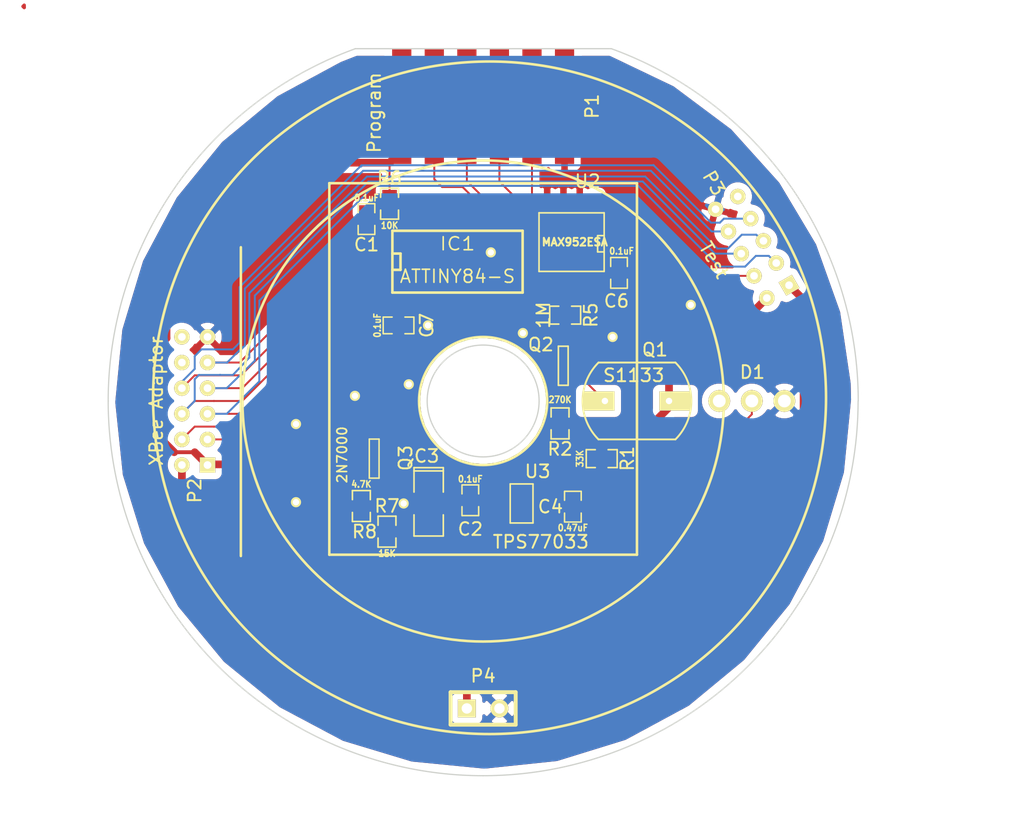
<source format=kicad_pcb>
(kicad_pcb (version 4) (host pcbnew "(2014-jul-16 BZR unknown)-product")

  (general
    (links 75)
    (no_connects 2)
    (area 162.31 68.7 242.200001 132.330001)
    (thickness 1.6)
    (drawings 14)
    (tracks 272)
    (zones 0)
    (modules 33)
    (nets 27)
  )

  (page A4)
  (title_block
    (title "XBee ATTiny4313 Counting Node")
    (date "28 Jul 2014")
    (rev 0.0)
    (company "K. Sarkies")
  )

  (layers
    (0 F.Cu signal)
    (31 B.Cu power)
    (32 B.Adhes user)
    (33 F.Adhes user)
    (34 B.Paste user)
    (35 F.Paste user)
    (36 B.SilkS user)
    (37 F.SilkS user)
    (38 B.Mask user)
    (39 F.Mask user)
    (40 Dwgs.User user)
    (41 Cmts.User user)
    (42 Eco1.User user)
    (43 Eco2.User user)
    (44 Edge.Cuts user)
    (45 Margin user)
  )

  (setup
    (last_trace_width 0.3)
    (user_trace_width 0.3)
    (user_trace_width 0.6)
    (trace_clearance 0.15)
    (zone_clearance 0.508)
    (zone_45_only no)
    (trace_min 0.15)
    (segment_width 0.2)
    (edge_width 0.1)
    (via_size 0.889)
    (via_drill 0.635)
    (via_min_size 0.889)
    (via_min_drill 0.3)
    (uvia_size 0.508)
    (uvia_drill 0.3)
    (uvias_allowed no)
    (uvia_min_size 0.508)
    (uvia_min_drill 0.3)
    (pcb_text_width 0.3)
    (pcb_text_size 1.5 1.5)
    (mod_edge_width 0.15)
    (mod_text_size 1 1)
    (mod_text_width 0.15)
    (pad_size 0.8 0.8)
    (pad_drill 0.5)
    (pad_to_mask_clearance 0)
    (aux_axis_origin 0 0)
    (grid_origin 200 100)
    (visible_elements FFFFF77F)
    (pcbplotparams
      (layerselection 0x010f0_80000001)
      (usegerberextensions false)
      (excludeedgelayer true)
      (linewidth 0.150000)
      (plotframeref false)
      (viasonmask false)
      (mode 1)
      (useauxorigin false)
      (hpglpennumber 1)
      (hpglpenspeed 20)
      (hpglpendiameter 15)
      (hpglpenoverlay 2)
      (psnegative false)
      (psa4output false)
      (plotreference true)
      (plotvalue false)
      (plotinvisibletext false)
      (padsonsilk false)
      (subtractmaskfromsilk false)
      (outputformat 1)
      (mirror false)
      (drillshape 0)
      (scaleselection 1)
      (outputdirectory gerbers/))
  )

  (net 0 "")
  (net 1 /Bootloader)
  (net 2 /On/Sleep)
  (net 3 /Reset)
  (net 4 /Rx)
  (net 5 /Sleep-Rq)
  (net 6 /Tx)
  (net 7 /VBatt)
  (net 8 /Xbee-Reset)
  (net 9 GND)
  (net 10 "Net-(D1-Pad2)")
  (net 11 "Net-(Q1-Pad1)")
  (net 12 "Net-(Q3-PadD)")
  (net 13 "Net-(Q3-PadS)")
  (net 14 "Net-(U2-Pad6)")
  (net 15 "Net-(U3-Pad4)")
  (net 16 VDD)
  (net 17 "Net-(Q2-Pad3)")
  (net 18 "Net-(U2-Pad1)")
  (net 19 "Net-(IC1-Pad6)")
  (net 20 /MOSI)
  (net 21 /MISO)
  (net 22 /SCK)
  (net 23 "Net-(P2-Pad12)")
  (net 24 "Net-(P2-Pad10)")
  (net 25 "Net-(P3-Pad9)")
  (net 26 /Count)

  (net_class Default "This is the default net class."
    (clearance 0.15)
    (trace_width 0.15)
    (via_dia 0.889)
    (via_drill 0.635)
    (uvia_dia 0.508)
    (uvia_drill 0.3)
    (add_net /Bootloader)
    (add_net /Count)
    (add_net /MISO)
    (add_net /MOSI)
    (add_net /On/Sleep)
    (add_net /Reset)
    (add_net /Rx)
    (add_net /SCK)
    (add_net /Sleep-Rq)
    (add_net /Tx)
    (add_net /VBatt)
    (add_net /Xbee-Reset)
    (add_net GND)
    (add_net "Net-(D1-Pad2)")
    (add_net "Net-(IC1-Pad6)")
    (add_net "Net-(P2-Pad10)")
    (add_net "Net-(P2-Pad12)")
    (add_net "Net-(P3-Pad9)")
    (add_net "Net-(Q1-Pad1)")
    (add_net "Net-(Q2-Pad3)")
    (add_net "Net-(Q3-PadD)")
    (add_net "Net-(Q3-PadS)")
    (add_net "Net-(U2-Pad1)")
    (add_net "Net-(U2-Pad6)")
    (add_net "Net-(U3-Pad4)")
    (add_net VDD)
  )

  (net_class Power ""
    (clearance 0.15)
    (trace_width 0.3)
    (via_dia 0.889)
    (via_drill 0.635)
    (uvia_dia 0.508)
    (uvia_drill 0.3)
  )

  (module SMD_Packages:SM1206POL (layer F.Cu) (tedit 53E09C28) (tstamp 53DF4A4D)
    (at 195.75 108 270)
    (path /53D32BEA)
    (attr smd)
    (fp_text reference C3 (at -3.7 0.15 360) (layer F.SilkS)
      (effects (font (size 1 1) (thickness 0.15)))
    )
    (fp_text value 10uF (at 0 0 270) (layer F.SilkS) hide
      (effects (font (size 0.762 0.762) (thickness 0.127)))
    )
    (fp_line (start -2.54 -1.143) (end -2.794 -1.143) (layer F.SilkS) (width 0.127))
    (fp_line (start -2.794 -1.143) (end -2.794 1.143) (layer F.SilkS) (width 0.127))
    (fp_line (start -2.794 1.143) (end -2.54 1.143) (layer F.SilkS) (width 0.127))
    (fp_line (start -2.54 -1.143) (end -2.54 1.143) (layer F.SilkS) (width 0.127))
    (fp_line (start -2.54 1.143) (end -0.889 1.143) (layer F.SilkS) (width 0.127))
    (fp_line (start 0.889 -1.143) (end 2.54 -1.143) (layer F.SilkS) (width 0.127))
    (fp_line (start 2.54 -1.143) (end 2.54 1.143) (layer F.SilkS) (width 0.127))
    (fp_line (start 2.54 1.143) (end 0.889 1.143) (layer F.SilkS) (width 0.127))
    (fp_line (start -0.889 -1.143) (end -2.54 -1.143) (layer F.SilkS) (width 0.127))
    (pad 1 smd rect (at -1.651 0 270) (size 1.524 2.032) (layers F.Cu F.Paste F.Mask)
      (net 16 VDD))
    (pad 2 smd rect (at 1.651 0 270) (size 1.524 2.032) (layers F.Cu F.Paste F.Mask)
      (net 9 GND))
    (model smd/chip_cms_pol.wrl
      (at (xyz 0 0 0))
      (scale (xyz 0.1700000017881393 0.1599999964237213 0.1599999964237213))
      (rotate (xyz 0 0 0))
    )
  )

  (module SMD_Packages:SO8N (layer F.Cu) (tedit 53E08451) (tstamp 53D5AAED)
    (at 206.9 87.6 180)
    (descr "Module CMS SOJ 8 pins large")
    (tags "CMS SOJ")
    (path /53D35B75)
    (attr smd)
    (fp_text reference U2 (at -1.25 4.75 180) (layer F.SilkS)
      (effects (font (size 1 1) (thickness 0.15)))
    )
    (fp_text value MAX952ESA (at -0.25 0 180) (layer F.SilkS)
      (effects (font (size 0.6 0.6) (thickness 0.15)))
    )
    (fp_line (start -2.54 -2.286) (end 2.54 -2.286) (layer F.SilkS) (width 0.127))
    (fp_line (start 2.54 -2.286) (end 2.54 2.286) (layer F.SilkS) (width 0.127))
    (fp_line (start 2.54 2.286) (end -2.54 2.286) (layer F.SilkS) (width 0.127))
    (fp_line (start -2.54 2.286) (end -2.54 -2.286) (layer F.SilkS) (width 0.127))
    (fp_line (start -2.54 -0.762) (end -2.032 -0.762) (layer F.SilkS) (width 0.127))
    (fp_line (start -2.032 -0.762) (end -2.032 0.508) (layer F.SilkS) (width 0.127))
    (fp_line (start -2.032 0.508) (end -2.54 0.508) (layer F.SilkS) (width 0.127))
    (pad 8 smd rect (at -1.905 -3.175 180) (size 0.508 1.143) (layers F.Cu F.Paste F.Mask)
      (net 16 VDD))
    (pad 7 smd rect (at -0.635 -3.175 180) (size 0.508 1.143) (layers F.Cu F.Paste F.Mask)
      (net 26 /Count))
    (pad 6 smd rect (at 0.635 -3.175 180) (size 0.508 1.143) (layers F.Cu F.Paste F.Mask)
      (net 14 "Net-(U2-Pad6)"))
    (pad 5 smd rect (at 1.905 -3.175 180) (size 0.508 1.143) (layers F.Cu F.Paste F.Mask)
      (net 17 "Net-(Q2-Pad3)"))
    (pad 4 smd rect (at 1.905 3.175 180) (size 0.508 1.143) (layers F.Cu F.Paste F.Mask)
      (net 9 GND))
    (pad 3 smd rect (at 0.635 3.175 180) (size 0.508 1.143) (layers F.Cu F.Paste F.Mask)
      (net 9 GND))
    (pad 2 smd rect (at -0.635 3.175 180) (size 0.508 1.143) (layers F.Cu F.Paste F.Mask)
      (net 9 GND))
    (pad 1 smd rect (at -1.905 3.175 180) (size 0.508 1.143) (layers F.Cu F.Paste F.Mask)
      (net 18 "Net-(U2-Pad1)"))
    (model smd/cms_so8.wrl
      (at (xyz 0 0 0))
      (scale (xyz 0.5 0.3799999952316284 0.5))
      (rotate (xyz 0 0 0))
    )
  )

  (module SMD_Packages:SOT23-5 (layer F.Cu) (tedit 53E083C8) (tstamp 53E0129D)
    (at 203 108 90)
    (path /53D3518C)
    (attr smd)
    (fp_text reference U3 (at 2.5 1.25 180) (layer F.SilkS)
      (effects (font (size 1 1) (thickness 0.15)))
    )
    (fp_text value TPS77033 (at -3 1.5 180) (layer F.SilkS)
      (effects (font (size 1 1) (thickness 0.15)))
    )
    (fp_line (start 1.524 -0.889) (end 1.524 0.889) (layer F.SilkS) (width 0.127))
    (fp_line (start 1.524 0.889) (end -1.524 0.889) (layer F.SilkS) (width 0.127))
    (fp_line (start -1.524 0.889) (end -1.524 -0.889) (layer F.SilkS) (width 0.127))
    (fp_line (start -1.524 -0.889) (end 1.524 -0.889) (layer F.SilkS) (width 0.127))
    (pad 1 smd rect (at -0.9525 1.27 90) (size 0.508 0.762) (layers F.Cu F.Paste F.Mask)
      (net 7 /VBatt))
    (pad 3 smd rect (at 0.9525 1.27 90) (size 0.508 0.762) (layers F.Cu F.Paste F.Mask)
      (net 9 GND))
    (pad 5 smd rect (at -0.9525 -1.27 90) (size 0.508 0.762) (layers F.Cu F.Paste F.Mask)
      (net 16 VDD))
    (pad 2 smd rect (at 0 1.27 90) (size 0.508 0.762) (layers F.Cu F.Paste F.Mask)
      (net 9 GND))
    (pad 4 smd rect (at 0.9525 -1.27 90) (size 0.508 0.762) (layers F.Cu F.Paste F.Mask)
      (net 15 "Net-(U3-Pad4)"))
    (model smd/SOT23_5.wrl
      (at (xyz 0 0 0))
      (scale (xyz 0.1000000014901161 0.1000000014901161 0.1000000014901161))
      (rotate (xyz 0 0 0))
    )
  )

  (module Connect:SIL-2 (layer F.Cu) (tedit 53DE0509) (tstamp 53E334AF)
    (at 200 124)
    (descr "Connecteurs 2 pins")
    (tags "CONN DEV")
    (path /53D32A7E)
    (fp_text reference P4 (at 0 -2.54) (layer F.SilkS)
      (effects (font (size 1 1) (thickness 0.15)))
    )
    (fp_text value Battery (at 0 -2.54) (layer F.SilkS) hide
      (effects (font (size 1.524 1.016) (thickness 0.3048)))
    )
    (fp_line (start -2.54 1.27) (end -2.54 -1.27) (layer F.SilkS) (width 0.3048))
    (fp_line (start -2.54 -1.27) (end 2.54 -1.27) (layer F.SilkS) (width 0.3048))
    (fp_line (start 2.54 -1.27) (end 2.54 1.27) (layer F.SilkS) (width 0.3048))
    (fp_line (start 2.54 1.27) (end -2.54 1.27) (layer F.SilkS) (width 0.3048))
    (pad 1 thru_hole rect (at -1.27 0) (size 1.397 1.397) (drill 0.8128) (layers *.Cu *.Mask F.SilkS)
      (net 7 /VBatt))
    (pad 2 thru_hole circle (at 1.27 0) (size 1.397 1.397) (drill 0.8128) (layers *.Cu *.Mask F.SilkS)
      (net 9 GND))
  )

  (module PhotoDiode:LED-Mount (layer F.Cu) (tedit 53DF4AB9) (tstamp 53DFE4F0)
    (at 223.5 100)
    (path /53DCC508)
    (fp_text reference D1 (at -2.5 -2.25) (layer F.SilkS)
      (effects (font (size 1 1) (thickness 0.15)))
    )
    (fp_text value APD3224ZGC-F01 (at -2.5 -2.5) (layer F.SilkS) hide
      (effects (font (size 1 1) (thickness 0.15)))
    )
    (pad 1 thru_hole circle (at 0 0) (size 1.7 1.7) (drill 1) (layers *.Cu *.Mask F.SilkS)
      (net 9 GND))
    (pad 2 thru_hole circle (at -2.54 0) (size 1.7 1.7) (drill 1) (layers *.Cu *.Mask F.SilkS)
      (net 10 "Net-(D1-Pad2)"))
    (pad 3 thru_hole circle (at -5.08 0) (size 1.7 1.7) (drill 1) (layers *.Cu *.Mask F.SilkS))
  )

  (module SMD_Packages:SM0603_Capa (layer F.Cu) (tedit 53E083DF) (tstamp 53E0110C)
    (at 190.9 85.8 270)
    (path /53DF7E14)
    (attr smd)
    (fp_text reference C1 (at 2 0 360) (layer F.SilkS)
      (effects (font (size 1 1) (thickness 0.15)))
    )
    (fp_text value 0.1uF (at -1.651 0 360) (layer F.SilkS)
      (effects (font (size 0.508 0.4572) (thickness 0.1143)))
    )
    (fp_line (start 0.50038 0.65024) (end 1.19888 0.65024) (layer F.SilkS) (width 0.11938))
    (fp_line (start -0.50038 0.65024) (end -1.19888 0.65024) (layer F.SilkS) (width 0.11938))
    (fp_line (start 0.50038 -0.65024) (end 1.19888 -0.65024) (layer F.SilkS) (width 0.11938))
    (fp_line (start -1.19888 -0.65024) (end -0.50038 -0.65024) (layer F.SilkS) (width 0.11938))
    (fp_line (start 1.19888 -0.635) (end 1.19888 0.635) (layer F.SilkS) (width 0.11938))
    (fp_line (start -1.19888 0.635) (end -1.19888 -0.635) (layer F.SilkS) (width 0.11938))
    (pad 1 smd rect (at -0.762 0 270) (size 0.635 1.143) (layers F.Cu F.Paste F.Mask)
      (net 3 /Reset))
    (pad 2 smd rect (at 0.762 0 270) (size 0.635 1.143) (layers F.Cu F.Paste F.Mask)
      (net 9 GND))
    (model smd\capacitors\C0603.wrl
      (at (xyz 0 0 0.001000000047497451))
      (scale (xyz 0.5 0.5 0.5))
      (rotate (xyz 0 0 0))
    )
  )

  (module SMD_Packages:SM0603_Capa (layer F.Cu) (tedit 53E083CE) (tstamp 53E0719D)
    (at 199 107.75 270)
    (path /53D32ECC)
    (attr smd)
    (fp_text reference C2 (at 2.25 0 360) (layer F.SilkS)
      (effects (font (size 1 1) (thickness 0.15)))
    )
    (fp_text value 0.1uF (at -1.651 0 360) (layer F.SilkS)
      (effects (font (size 0.508 0.4572) (thickness 0.1143)))
    )
    (fp_line (start 0.50038 0.65024) (end 1.19888 0.65024) (layer F.SilkS) (width 0.11938))
    (fp_line (start -0.50038 0.65024) (end -1.19888 0.65024) (layer F.SilkS) (width 0.11938))
    (fp_line (start 0.50038 -0.65024) (end 1.19888 -0.65024) (layer F.SilkS) (width 0.11938))
    (fp_line (start -1.19888 -0.65024) (end -0.50038 -0.65024) (layer F.SilkS) (width 0.11938))
    (fp_line (start 1.19888 -0.635) (end 1.19888 0.635) (layer F.SilkS) (width 0.11938))
    (fp_line (start -1.19888 0.635) (end -1.19888 -0.635) (layer F.SilkS) (width 0.11938))
    (pad 1 smd rect (at -0.762 0 270) (size 0.635 1.143) (layers F.Cu F.Paste F.Mask)
      (net 16 VDD))
    (pad 2 smd rect (at 0.762 0 270) (size 0.635 1.143) (layers F.Cu F.Paste F.Mask)
      (net 9 GND))
    (model smd\capacitors\C0603.wrl
      (at (xyz 0 0 0.001000000047497451))
      (scale (xyz 0.5 0.5 0.5))
      (rotate (xyz 0 0 0))
    )
  )

  (module SMD_Packages:SM0603_Capa (layer F.Cu) (tedit 53E08469) (tstamp 53E071A8)
    (at 207 108.25 90)
    (path /53D36D73)
    (attr smd)
    (fp_text reference C4 (at 0 -1.75 180) (layer F.SilkS)
      (effects (font (size 1 1) (thickness 0.15)))
    )
    (fp_text value 0.47uF (at -1.651 0 180) (layer F.SilkS)
      (effects (font (size 0.508 0.4572) (thickness 0.1143)))
    )
    (fp_line (start 0.50038 0.65024) (end 1.19888 0.65024) (layer F.SilkS) (width 0.11938))
    (fp_line (start -0.50038 0.65024) (end -1.19888 0.65024) (layer F.SilkS) (width 0.11938))
    (fp_line (start 0.50038 -0.65024) (end 1.19888 -0.65024) (layer F.SilkS) (width 0.11938))
    (fp_line (start -1.19888 -0.65024) (end -0.50038 -0.65024) (layer F.SilkS) (width 0.11938))
    (fp_line (start 1.19888 -0.635) (end 1.19888 0.635) (layer F.SilkS) (width 0.11938))
    (fp_line (start -1.19888 0.635) (end -1.19888 -0.635) (layer F.SilkS) (width 0.11938))
    (pad 1 smd rect (at -0.762 0 90) (size 0.635 1.143) (layers F.Cu F.Paste F.Mask)
      (net 7 /VBatt))
    (pad 2 smd rect (at 0.762 0 90) (size 0.635 1.143) (layers F.Cu F.Paste F.Mask)
      (net 9 GND))
    (model smd\capacitors\C0603.wrl
      (at (xyz 0 0 0.001000000047497451))
      (scale (xyz 0.5 0.5 0.5))
      (rotate (xyz 0 0 0))
    )
  )

  (module SMD_Packages:SM0603_Resistor (layer F.Cu) (tedit 53E08515) (tstamp 53E010C5)
    (at 209.25 104.5)
    (path /53DCC4A4)
    (attr smd)
    (fp_text reference R1 (at 2 0 90) (layer F.SilkS)
      (effects (font (size 1 1) (thickness 0.15)))
    )
    (fp_text value 33K (at -1.69926 0 90) (layer F.SilkS)
      (effects (font (size 0.508 0.4572) (thickness 0.1143)))
    )
    (fp_line (start -0.50038 -0.6985) (end -1.2065 -0.6985) (layer F.SilkS) (width 0.127))
    (fp_line (start -1.2065 -0.6985) (end -1.2065 0.6985) (layer F.SilkS) (width 0.127))
    (fp_line (start -1.2065 0.6985) (end -0.50038 0.6985) (layer F.SilkS) (width 0.127))
    (fp_line (start 1.2065 -0.6985) (end 0.50038 -0.6985) (layer F.SilkS) (width 0.127))
    (fp_line (start 1.2065 -0.6985) (end 1.2065 0.6985) (layer F.SilkS) (width 0.127))
    (fp_line (start 1.2065 0.6985) (end 0.50038 0.6985) (layer F.SilkS) (width 0.127))
    (pad 1 smd rect (at -0.762 0) (size 0.635 1.143) (layers F.Cu F.Paste F.Mask)
      (net 16 VDD))
    (pad 2 smd rect (at 0.762 0) (size 0.635 1.143) (layers F.Cu F.Paste F.Mask)
      (net 10 "Net-(D1-Pad2)"))
    (model smd\resistors\R0603.wrl
      (at (xyz 0 0 0.001000000047497451))
      (scale (xyz 0.5 0.5 0.5))
      (rotate (xyz 0 0 0))
    )
  )

  (module SMD_Packages:SM0603_Resistor (layer F.Cu) (tedit 53E09C20) (tstamp 53E071BE)
    (at 206 101.75 90)
    (path /53D35F1D)
    (attr smd)
    (fp_text reference R2 (at -2 0 180) (layer F.SilkS)
      (effects (font (size 1 1) (thickness 0.15)))
    )
    (fp_text value 270K (at 1.85 0 180) (layer F.SilkS)
      (effects (font (size 0.508 0.4572) (thickness 0.1143)))
    )
    (fp_line (start -0.50038 -0.6985) (end -1.2065 -0.6985) (layer F.SilkS) (width 0.127))
    (fp_line (start -1.2065 -0.6985) (end -1.2065 0.6985) (layer F.SilkS) (width 0.127))
    (fp_line (start -1.2065 0.6985) (end -0.50038 0.6985) (layer F.SilkS) (width 0.127))
    (fp_line (start 1.2065 -0.6985) (end 0.50038 -0.6985) (layer F.SilkS) (width 0.127))
    (fp_line (start 1.2065 -0.6985) (end 1.2065 0.6985) (layer F.SilkS) (width 0.127))
    (fp_line (start 1.2065 0.6985) (end 0.50038 0.6985) (layer F.SilkS) (width 0.127))
    (pad 1 smd rect (at -0.762 0 90) (size 0.635 1.143) (layers F.Cu F.Paste F.Mask)
      (net 16 VDD))
    (pad 2 smd rect (at 0.762 0 90) (size 0.635 1.143) (layers F.Cu F.Paste F.Mask)
      (net 17 "Net-(Q2-Pad3)"))
    (model smd\resistors\R0603.wrl
      (at (xyz 0 0 0.001000000047497451))
      (scale (xyz 0.5 0.5 0.5))
      (rotate (xyz 0 0 0))
    )
  )

  (module SMD_Packages:SM0603_Resistor (layer F.Cu) (tedit 53E08520) (tstamp 53E071C9)
    (at 206.4 93.3)
    (path /53D35C63)
    (attr smd)
    (fp_text reference R5 (at 2 0 90) (layer F.SilkS)
      (effects (font (size 1 1) (thickness 0.15)))
    )
    (fp_text value 1M (at -1.69926 0 90) (layer F.SilkS)
      (effects (font (size 1 1) (thickness 0.15)))
    )
    (fp_line (start -0.50038 -0.6985) (end -1.2065 -0.6985) (layer F.SilkS) (width 0.127))
    (fp_line (start -1.2065 -0.6985) (end -1.2065 0.6985) (layer F.SilkS) (width 0.127))
    (fp_line (start -1.2065 0.6985) (end -0.50038 0.6985) (layer F.SilkS) (width 0.127))
    (fp_line (start 1.2065 -0.6985) (end 0.50038 -0.6985) (layer F.SilkS) (width 0.127))
    (fp_line (start 1.2065 -0.6985) (end 1.2065 0.6985) (layer F.SilkS) (width 0.127))
    (fp_line (start 1.2065 0.6985) (end 0.50038 0.6985) (layer F.SilkS) (width 0.127))
    (pad 1 smd rect (at -0.762 0) (size 0.635 1.143) (layers F.Cu F.Paste F.Mask)
      (net 17 "Net-(Q2-Pad3)"))
    (pad 2 smd rect (at 0.762 0) (size 0.635 1.143) (layers F.Cu F.Paste F.Mask)
      (net 26 /Count))
    (model smd\resistors\R0603.wrl
      (at (xyz 0 0 0.001000000047497451))
      (scale (xyz 0.5 0.5 0.5))
      (rotate (xyz 0 0 0))
    )
  )

  (module SMD_Packages:SM0603_Resistor (layer F.Cu) (tedit 53E083D8) (tstamp 53E071DF)
    (at 192.5 110.2 90)
    (path /53D32AFA)
    (attr smd)
    (fp_text reference R7 (at 2 0 180) (layer F.SilkS)
      (effects (font (size 1 1) (thickness 0.15)))
    )
    (fp_text value 15K (at -1.69926 0 180) (layer F.SilkS)
      (effects (font (size 0.508 0.4572) (thickness 0.1143)))
    )
    (fp_line (start -0.50038 -0.6985) (end -1.2065 -0.6985) (layer F.SilkS) (width 0.127))
    (fp_line (start -1.2065 -0.6985) (end -1.2065 0.6985) (layer F.SilkS) (width 0.127))
    (fp_line (start -1.2065 0.6985) (end -0.50038 0.6985) (layer F.SilkS) (width 0.127))
    (fp_line (start 1.2065 -0.6985) (end 0.50038 -0.6985) (layer F.SilkS) (width 0.127))
    (fp_line (start 1.2065 -0.6985) (end 1.2065 0.6985) (layer F.SilkS) (width 0.127))
    (fp_line (start 1.2065 0.6985) (end 0.50038 0.6985) (layer F.SilkS) (width 0.127))
    (pad 1 smd rect (at -0.762 0 90) (size 0.635 1.143) (layers F.Cu F.Paste F.Mask)
      (net 7 /VBatt))
    (pad 2 smd rect (at 0.762 0 90) (size 0.635 1.143) (layers F.Cu F.Paste F.Mask)
      (net 12 "Net-(Q3-PadD)"))
    (model smd\resistors\R0603.wrl
      (at (xyz 0 0 0.001000000047497451))
      (scale (xyz 0.5 0.5 0.5))
      (rotate (xyz 0 0 0))
    )
  )

  (module SMD_Packages:SM0603_Resistor (layer F.Cu) (tedit 53E083D3) (tstamp 53E21CDA)
    (at 190.5 108.2 270)
    (path /53D32B0E)
    (attr smd)
    (fp_text reference R8 (at 2 -0.25 360) (layer F.SilkS)
      (effects (font (size 1 1) (thickness 0.15)))
    )
    (fp_text value 4.7K (at -1.69926 0 360) (layer F.SilkS)
      (effects (font (size 0.508 0.4572) (thickness 0.1143)))
    )
    (fp_line (start -0.50038 -0.6985) (end -1.2065 -0.6985) (layer F.SilkS) (width 0.127))
    (fp_line (start -1.2065 -0.6985) (end -1.2065 0.6985) (layer F.SilkS) (width 0.127))
    (fp_line (start -1.2065 0.6985) (end -0.50038 0.6985) (layer F.SilkS) (width 0.127))
    (fp_line (start 1.2065 -0.6985) (end 0.50038 -0.6985) (layer F.SilkS) (width 0.127))
    (fp_line (start 1.2065 -0.6985) (end 1.2065 0.6985) (layer F.SilkS) (width 0.127))
    (fp_line (start 1.2065 0.6985) (end 0.50038 0.6985) (layer F.SilkS) (width 0.127))
    (pad 1 smd rect (at -0.762 0 270) (size 0.635 1.143) (layers F.Cu F.Paste F.Mask)
      (net 13 "Net-(Q3-PadS)"))
    (pad 2 smd rect (at 0.762 0 270) (size 0.635 1.143) (layers F.Cu F.Paste F.Mask)
      (net 9 GND))
    (model smd\resistors\R0603.wrl
      (at (xyz 0 0 0.001000000047497451))
      (scale (xyz 0.5 0.5 0.5))
      (rotate (xyz 0 0 0))
    )
  )

  (module SMD_Packages:SM0603_Resistor (layer F.Cu) (tedit 53E083DB) (tstamp 53E0B887)
    (at 192.7 84.6 90)
    (path /53D32B68)
    (attr smd)
    (fp_text reference R6 (at 2 0 180) (layer F.SilkS)
      (effects (font (size 1 1) (thickness 0.15)))
    )
    (fp_text value 10K (at -1.69926 0 180) (layer F.SilkS)
      (effects (font (size 0.508 0.4572) (thickness 0.1143)))
    )
    (fp_line (start -0.50038 -0.6985) (end -1.2065 -0.6985) (layer F.SilkS) (width 0.127))
    (fp_line (start -1.2065 -0.6985) (end -1.2065 0.6985) (layer F.SilkS) (width 0.127))
    (fp_line (start -1.2065 0.6985) (end -0.50038 0.6985) (layer F.SilkS) (width 0.127))
    (fp_line (start 1.2065 -0.6985) (end 0.50038 -0.6985) (layer F.SilkS) (width 0.127))
    (fp_line (start 1.2065 -0.6985) (end 1.2065 0.6985) (layer F.SilkS) (width 0.127))
    (fp_line (start 1.2065 0.6985) (end 0.50038 0.6985) (layer F.SilkS) (width 0.127))
    (pad 1 smd rect (at -0.762 0 90) (size 0.635 1.143) (layers F.Cu F.Paste F.Mask)
      (net 3 /Reset))
    (pad 2 smd rect (at 0.762 0 90) (size 0.635 1.143) (layers F.Cu F.Paste F.Mask)
      (net 16 VDD))
    (model smd\resistors\R0603.wrl
      (at (xyz 0 0 0.001000000047497451))
      (scale (xyz 0.5 0.5 0.5))
      (rotate (xyz 0 0 0))
    )
  )

  (module PhotoDiode:S1133TH (layer F.Cu) (tedit 53E0D6E6) (tstamp 53E4178E)
    (at 212 100)
    (path /53D35EC7)
    (fp_text reference Q1 (at 1.4 -4) (layer F.SilkS)
      (effects (font (size 1 1) (thickness 0.15)))
    )
    (fp_text value S1133 (at -0.25 -2) (layer F.SilkS)
      (effects (font (size 1 1) (thickness 0.15)))
    )
    (fp_arc (start 0 0) (end -3 3) (angle 90) (layer F.SilkS) (width 0.15))
    (fp_arc (start 0 0) (end 3 -3) (angle 90) (layer F.SilkS) (width 0.15))
    (fp_line (start 3 3) (end -3 3) (layer F.SilkS) (width 0.15))
    (fp_line (start 3 -3) (end -3 -3) (layer F.SilkS) (width 0.15))
    (pad 1 thru_hole rect (at -2.5 0) (size 2.5 1.5) (drill 0.5 (offset -0.5 0)) (layers *.Cu *.Mask F.SilkS)
      (net 11 "Net-(Q1-Pad1)"))
    (pad 3 thru_hole rect (at 2.5 0) (size 2.5 1.5) (drill 0.5 (offset 0.5 0)) (layers *.Cu *.Mask F.SilkS)
      (net 16 VDD))
  )

  (module PhotoDiode:pin_header_2mm_2x6 (layer F.Cu) (tedit 53E0724F) (tstamp 53E15724)
    (at 177.5 100 90)
    (path /53DDD3EB)
    (fp_text reference P2 (at -7 0 90) (layer F.SilkS)
      (effects (font (size 1 1) (thickness 0.15)))
    )
    (fp_text value "XBee Adaptor" (at 0 -3 90) (layer F.SilkS)
      (effects (font (size 1 1) (thickness 0.15)))
    )
    (pad 5 thru_hole circle (at -1 1 90) (size 1.2 1.2) (drill 0.6) (layers *.Cu *.Mask F.SilkS)
      (net 3 /Reset))
    (pad 3 thru_hole circle (at -3 1 90) (size 1.2 1.2) (drill 0.6) (layers *.Cu *.Mask F.SilkS)
      (net 1 /Bootloader))
    (pad 1 thru_hole rect (at -5 1 90) (size 1.2 1.2) (drill 0.6) (layers *.Cu *.Mask F.SilkS)
      (net 16 VDD))
    (pad 7 thru_hole circle (at 1 1 90) (size 1.2 1.2) (drill 0.6) (layers *.Cu *.Mask F.SilkS)
      (net 4 /Rx))
    (pad 9 thru_hole circle (at 3 1 90) (size 1.2 1.2) (drill 0.6) (layers *.Cu *.Mask F.SilkS)
      (net 2 /On/Sleep))
    (pad 11 thru_hole circle (at 5 1 90) (size 1.2 1.2) (drill 0.6) (layers *.Cu *.Mask F.SilkS)
      (net 9 GND))
    (pad 12 thru_hole circle (at 5 -1 90) (size 1.2 1.2) (drill 0.6) (layers *.Cu *.Mask F.SilkS)
      (net 23 "Net-(P2-Pad12)"))
    (pad 10 thru_hole circle (at 3 -1 90) (size 1.2 1.2) (drill 0.6) (layers *.Cu *.Mask F.SilkS)
      (net 24 "Net-(P2-Pad10)"))
    (pad 8 thru_hole circle (at 1 -1 90) (size 1.2 1.2) (drill 0.6) (layers *.Cu *.Mask F.SilkS)
      (net 6 /Tx))
    (pad 6 thru_hole circle (at -1 -1 90) (size 1.2 1.2) (drill 0.6) (layers *.Cu *.Mask F.SilkS)
      (net 5 /Sleep-Rq))
    (pad 4 thru_hole circle (at -3 -1 90) (size 1.2 1.2) (drill 0.6) (layers *.Cu *.Mask F.SilkS)
      (net 8 /Xbee-Reset))
    (pad 2 thru_hole circle (at -5 -1 90) (size 1.2 1.2) (drill 0.6) (layers *.Cu *.Mask F.SilkS)
      (net 7 /VBatt))
  )

  (module PhotoDiode:pin_header_2mm_2x5 (layer F.Cu) (tedit 53E075E5) (tstamp 53E1FA1B)
    (at 221 88 120)
    (path /53E0177A)
    (fp_text reference P3 (at 5.830127 -0.098076 120) (layer F.SilkS)
      (effects (font (size 1 1) (thickness 0.15)))
    )
    (fp_text value Test (at 0.633975 -3.098076 120) (layer F.SilkS)
      (effects (font (size 1 1) (thickness 0.15)))
    )
    (pad 5 thru_hole circle (at 0 1 120) (size 1.2 1.2) (drill 0.6) (layers *.Cu *.Mask F.SilkS)
      (net 5 /Sleep-Rq))
    (pad 3 thru_hole circle (at -2 1 120) (size 1.2 1.2) (drill 0.6) (layers *.Cu *.Mask F.SilkS)
      (net 3 /Reset))
    (pad 1 thru_hole rect (at -4 1 120) (size 1.2 1.2) (drill 0.6) (layers *.Cu *.Mask F.SilkS)
      (net 7 /VBatt))
    (pad 7 thru_hole circle (at 2 1 120) (size 1.2 1.2) (drill 0.6) (layers *.Cu *.Mask F.SilkS)
      (net 6 /Tx))
    (pad 9 thru_hole circle (at 4 1 120) (size 1.2 1.2) (drill 0.6) (layers *.Cu *.Mask F.SilkS)
      (net 25 "Net-(P3-Pad9)"))
    (pad 10 thru_hole circle (at 4 -1 120) (size 1.2 1.2) (drill 0.6) (layers *.Cu *.Mask F.SilkS)
      (net 9 GND))
    (pad 8 thru_hole circle (at 2 -1 120) (size 1.2 1.2) (drill 0.6) (layers *.Cu *.Mask F.SilkS)
      (net 2 /On/Sleep))
    (pad 6 thru_hole circle (at 0 -1 120) (size 1.2 1.2) (drill 0.6) (layers *.Cu *.Mask F.SilkS)
      (net 4 /Rx))
    (pad 4 thru_hole circle (at -2 -1 120) (size 1.2 1.2) (drill 0.6) (layers *.Cu *.Mask F.SilkS)
      (net 26 /Count))
    (pad 2 thru_hole circle (at -4 -1 120) (size 1.2 1.2) (drill 0.6) (layers *.Cu *.Mask F.SilkS)
      (net 16 VDD))
  )

  (module PhotoDiode:edge_conn_6_pin (layer F.Cu) (tedit 53E099E8) (tstamp 53E09A0E)
    (at 200 77 90)
    (path /53D36642)
    (fp_text reference P1 (at 0 8.5 90) (layer F.SilkS)
      (effects (font (size 1 1) (thickness 0.15)))
    )
    (fp_text value Program (at -0.5 -8.5 90) (layer F.SilkS)
      (effects (font (size 1 1) (thickness 0.15)))
    )
    (pad 2 connect rect (at 0 3.81 90) (size 9 1.5) (layers F.Cu F.Mask)
      (net 20 /MOSI))
    (pad 3 connect rect (at 0 1.27 90) (size 9 1.5) (layers F.Cu F.Mask)
      (net 3 /Reset))
    (pad 4 connect rect (at 0 -1.27 90) (size 9 1.5) (layers F.Cu F.Mask)
      (net 21 /MISO))
    (pad 5 connect rect (at 0 -3.81 90) (size 9 1.5) (layers F.Cu F.Mask)
      (net 22 /SCK))
    (pad 6 connect rect (at 0 -6.35 90) (size 9 1.5) (layers F.Cu F.Mask)
      (net 16 VDD))
    (pad 1 connect rect (at 0 6.35 90) (size 9 1.5) (layers F.Cu F.Mask)
      (net 9 GND))
  )

  (module SMD_Packages:SOT23EBC (layer F.Cu) (tedit 53E0D6E3) (tstamp 53E17839)
    (at 206.25 97.25 270)
    (descr "Module CMS SOT23 Transistore EBC")
    (tags "CMS SOT")
    (path /53D35E04)
    (attr smd)
    (fp_text reference Q2 (at -1.65 1.75 360) (layer F.SilkS)
      (effects (font (size 1 1) (thickness 0.15)))
    )
    (fp_text value S9014 (at 0 0 270) (layer F.SilkS) hide
      (effects (font (size 0.762 0.762) (thickness 0.2032)))
    )
    (fp_line (start -1.524 -0.381) (end 1.524 -0.381) (layer F.SilkS) (width 0.127))
    (fp_line (start 1.524 -0.381) (end 1.524 0.381) (layer F.SilkS) (width 0.127))
    (fp_line (start 1.524 0.381) (end -1.524 0.381) (layer F.SilkS) (width 0.127))
    (fp_line (start -1.524 0.381) (end -1.524 -0.381) (layer F.SilkS) (width 0.127))
    (pad 1 smd rect (at -0.889 -1.016 270) (size 0.9144 0.9144) (layers F.Cu F.Paste F.Mask)
      (net 9 GND))
    (pad 2 smd rect (at 0.889 -1.016 270) (size 0.9144 0.9144) (layers F.Cu F.Paste F.Mask)
      (net 11 "Net-(Q1-Pad1)"))
    (pad 3 smd rect (at 0 1.016 270) (size 0.9144 0.9144) (layers F.Cu F.Paste F.Mask)
      (net 17 "Net-(Q2-Pad3)"))
    (model smd/cms_sot23.wrl
      (at (xyz 0 0 0))
      (scale (xyz 0.1299999952316284 0.1500000059604645 0.1500000059604645))
      (rotate (xyz 0 0 0))
    )
  )

  (module SMD_Packages:SOT23GDS (layer F.Cu) (tedit 53E1A0C2) (tstamp 53E17843)
    (at 191.5 104.5 90)
    (descr "Module CMS SOT23 Transistore EBC")
    (tags "CMS SOT")
    (path /53D32AE5)
    (attr smd)
    (fp_text reference Q3 (at 0.05 2.45 90) (layer F.SilkS)
      (effects (font (size 1 1) (thickness 0.15)))
    )
    (fp_text value 2N7000 (at 0.3 -2.5 90) (layer F.SilkS)
      (effects (font (size 0.762 0.762) (thickness 0.12954)))
    )
    (fp_line (start -1.524 -0.381) (end 1.524 -0.381) (layer F.SilkS) (width 0.11938))
    (fp_line (start 1.524 -0.381) (end 1.524 0.381) (layer F.SilkS) (width 0.11938))
    (fp_line (start 1.524 0.381) (end -1.524 0.381) (layer F.SilkS) (width 0.11938))
    (fp_line (start -1.524 0.381) (end -1.524 -0.381) (layer F.SilkS) (width 0.11938))
    (pad S smd rect (at -0.889 -1.016 90) (size 0.9144 0.9144) (layers F.Cu F.Paste F.Mask)
      (net 13 "Net-(Q3-PadS)"))
    (pad G smd rect (at 0.889 -1.016 90) (size 0.9144 0.9144) (layers F.Cu F.Paste F.Mask)
      (net 19 "Net-(IC1-Pad6)"))
    (pad D smd rect (at 0 1.016 90) (size 0.9144 0.9144) (layers F.Cu F.Paste F.Mask)
      (net 12 "Net-(Q3-PadD)"))
    (model smd/cms_sot23.wrl
      (at (xyz 0 0 0))
      (scale (xyz 0.1299999952316284 0.1500000059604645 0.1500000059604645))
      (rotate (xyz 0 0 0))
    )
  )

  (module SMD_Packages:SO14N (layer F.Cu) (tedit 53E2154F) (tstamp 53E21C07)
    (at 198 89)
    (descr "Module CMS SOJ 14 pins Large")
    (tags "CMS SOJ")
    (path /53E1E41C)
    (attr smd)
    (fp_text reference IC1 (at 0 -1.27) (layer F.SilkS)
      (effects (font (size 1.016 1.143) (thickness 0.127)))
    )
    (fp_text value ATTINY84-S (at 0 1.27) (layer F.SilkS)
      (effects (font (size 1.016 1.016) (thickness 0.127)))
    )
    (fp_line (start 5.08 -2.286) (end 5.08 2.54) (layer F.SilkS) (width 0.2032))
    (fp_line (start 5.08 2.54) (end -5.08 2.54) (layer F.SilkS) (width 0.2032))
    (fp_line (start -5.08 2.54) (end -5.08 -2.286) (layer F.SilkS) (width 0.2032))
    (fp_line (start -5.08 -2.286) (end 5.08 -2.286) (layer F.SilkS) (width 0.2032))
    (fp_line (start -5.08 -0.508) (end -4.445 -0.508) (layer F.SilkS) (width 0.2032))
    (fp_line (start -4.445 -0.508) (end -4.445 0.762) (layer F.SilkS) (width 0.2032))
    (fp_line (start -4.445 0.762) (end -5.08 0.762) (layer F.SilkS) (width 0.2032))
    (pad 1 smd rect (at -3.81 3.302) (size 0.508 1.143) (layers F.Cu F.Paste F.Mask)
      (net 16 VDD))
    (pad 2 smd rect (at -2.54 3.302) (size 0.508 1.143) (layers F.Cu F.Paste F.Mask)
      (net 1 /Bootloader))
    (pad 3 smd rect (at -1.27 3.302) (size 0.508 1.143) (layers F.Cu F.Paste F.Mask)
      (net 26 /Count))
    (pad 4 smd rect (at 0 3.302) (size 0.508 1.143) (layers F.Cu F.Paste F.Mask)
      (net 3 /Reset))
    (pad 5 smd rect (at 1.27 3.302) (size 0.508 1.143) (layers F.Cu F.Paste F.Mask)
      (net 8 /Xbee-Reset))
    (pad 6 smd rect (at 2.54 3.302) (size 0.508 1.143) (layers F.Cu F.Paste F.Mask)
      (net 19 "Net-(IC1-Pad6)"))
    (pad 7 smd rect (at 3.81 3.302) (size 0.508 1.143) (layers F.Cu F.Paste F.Mask)
      (net 20 /MOSI))
    (pad 8 smd rect (at 3.81 -3.048) (size 0.508 1.143) (layers F.Cu F.Paste F.Mask)
      (net 21 /MISO))
    (pad 9 smd rect (at 2.54 -3.048) (size 0.508 1.143) (layers F.Cu F.Paste F.Mask)
      (net 22 /SCK))
    (pad 11 smd rect (at 0 -3.048) (size 0.508 1.143) (layers F.Cu F.Paste F.Mask)
      (net 4 /Rx))
    (pad 12 smd rect (at -1.27 -3.048) (size 0.508 1.143) (layers F.Cu F.Paste F.Mask)
      (net 6 /Tx))
    (pad 13 smd rect (at -2.54 -3.048) (size 0.508 1.143) (layers F.Cu F.Paste F.Mask)
      (net 2 /On/Sleep))
    (pad 14 smd rect (at -3.81 -3.048) (size 0.508 1.143) (layers F.Cu F.Paste F.Mask)
      (net 9 GND))
    (pad 10 smd rect (at 1.27 -3.048) (size 0.508 1.143) (layers F.Cu F.Paste F.Mask)
      (net 5 /Sleep-Rq))
    (model smd/cms_so14.wrl
      (at (xyz 0 0 0))
      (scale (xyz 0.5 0.4000000059604645 0.5))
      (rotate (xyz 0 0 0))
    )
  )

  (module SMD_Packages:SM0603_Capa (layer F.Cu) (tedit 53E2249B) (tstamp 53E2290C)
    (at 210.6 90 90)
    (path /53E234F0)
    (attr smd)
    (fp_text reference C6 (at -2.2 -0.2 180) (layer F.SilkS)
      (effects (font (size 1 1) (thickness 0.15)))
    )
    (fp_text value 0.1uF (at 1.7 0.2 180) (layer F.SilkS)
      (effects (font (size 0.508 0.4572) (thickness 0.1143)))
    )
    (fp_line (start 0.50038 0.65024) (end 1.19888 0.65024) (layer F.SilkS) (width 0.11938))
    (fp_line (start -0.50038 0.65024) (end -1.19888 0.65024) (layer F.SilkS) (width 0.11938))
    (fp_line (start 0.50038 -0.65024) (end 1.19888 -0.65024) (layer F.SilkS) (width 0.11938))
    (fp_line (start -1.19888 -0.65024) (end -0.50038 -0.65024) (layer F.SilkS) (width 0.11938))
    (fp_line (start 1.19888 -0.635) (end 1.19888 0.635) (layer F.SilkS) (width 0.11938))
    (fp_line (start -1.19888 0.635) (end -1.19888 -0.635) (layer F.SilkS) (width 0.11938))
    (pad 1 smd rect (at -0.762 0 90) (size 0.635 1.143) (layers F.Cu F.Paste F.Mask)
      (net 16 VDD))
    (pad 2 smd rect (at 0.762 0 90) (size 0.635 1.143) (layers F.Cu F.Paste F.Mask)
      (net 9 GND))
    (model smd\capacitors\C0603.wrl
      (at (xyz 0 0 0.001000000047497451))
      (scale (xyz 0.5 0.5 0.5))
      (rotate (xyz 0 0 0))
    )
  )

  (module SMD_Packages:SM0603_Capa (layer F.Cu) (tedit 53E224C0) (tstamp 53E22918)
    (at 193.4 94.1)
    (path /53E2395C)
    (attr smd)
    (fp_text reference C7 (at 2.2 0 90) (layer F.SilkS)
      (effects (font (size 1 1) (thickness 0.15)))
    )
    (fp_text value 0.1uF (at -1.651 0 90) (layer F.SilkS)
      (effects (font (size 0.508 0.4572) (thickness 0.1143)))
    )
    (fp_line (start 0.50038 0.65024) (end 1.19888 0.65024) (layer F.SilkS) (width 0.11938))
    (fp_line (start -0.50038 0.65024) (end -1.19888 0.65024) (layer F.SilkS) (width 0.11938))
    (fp_line (start 0.50038 -0.65024) (end 1.19888 -0.65024) (layer F.SilkS) (width 0.11938))
    (fp_line (start -1.19888 -0.65024) (end -0.50038 -0.65024) (layer F.SilkS) (width 0.11938))
    (fp_line (start 1.19888 -0.635) (end 1.19888 0.635) (layer F.SilkS) (width 0.11938))
    (fp_line (start -1.19888 0.635) (end -1.19888 -0.635) (layer F.SilkS) (width 0.11938))
    (pad 1 smd rect (at -0.762 0) (size 0.635 1.143) (layers F.Cu F.Paste F.Mask)
      (net 16 VDD))
    (pad 2 smd rect (at 0.762 0) (size 0.635 1.143) (layers F.Cu F.Paste F.Mask)
      (net 9 GND))
    (model smd\capacitors\C0603.wrl
      (at (xyz 0 0 0.001000000047497451))
      (scale (xyz 0.5 0.5 0.5))
      (rotate (xyz 0 0 0))
    )
  )

  (module PhotoDiode:THROUGHVIA (layer F.Cu) (tedit 53E305DB) (tstamp 53E30F34)
    (at 185.4 101.8)
    (zone_connect 2)
    (fp_text reference Ref** (at 0 1.7) (layer F.SilkS) hide
      (effects (font (size 1 1) (thickness 0.2)))
    )
    (fp_text value Val** (at 0 -1.5) (layer F.SilkS) hide
      (effects (font (size 1 1) (thickness 0.2)))
    )
    (pad 1 thru_hole circle (at 0 0) (size 0.8 0.8) (drill 0.5) (layers *.Cu *.Mask F.SilkS)
      (net 9 GND) (zone_connect 2))
  )

  (module PhotoDiode:THROUGHVIA (layer F.Cu) (tedit 53E305FA) (tstamp 53E30F3D)
    (at 200.6 88.4)
    (zone_connect 2)
    (fp_text reference Ref** (at 0 1.7) (layer F.SilkS) hide
      (effects (font (size 1 1) (thickness 0.2)))
    )
    (fp_text value Val** (at 0 -1.5) (layer F.SilkS) hide
      (effects (font (size 1 1) (thickness 0.2)))
    )
    (pad 1 thru_hole circle (at 0 0) (size 0.8 0.8) (drill 0.5) (layers *.Cu *.Mask F.SilkS)
      (net 9 GND) (zone_connect 2))
  )

  (module PhotoDiode:THROUGHVIA (layer F.Cu) (tedit 53E30622) (tstamp 53E30F5A)
    (at 194.2 98.7)
    (zone_connect 2)
    (fp_text reference Ref** (at 0 1.7) (layer F.SilkS) hide
      (effects (font (size 1 1) (thickness 0.2)))
    )
    (fp_text value Val** (at 0 -1.5) (layer F.SilkS) hide
      (effects (font (size 1 1) (thickness 0.2)))
    )
    (pad 1 thru_hole circle (at 0 0) (size 0.8 0.8) (drill 0.5) (layers *.Cu *.Mask F.SilkS)
      (net 9 GND) (zone_connect 2))
  )

  (module PhotoDiode:THROUGHVIA (layer F.Cu) (tedit 53E30657) (tstamp 53E30F6E)
    (at 193.8 108)
    (zone_connect 2)
    (fp_text reference Ref** (at 0 1.7) (layer F.SilkS) hide
      (effects (font (size 1 1) (thickness 0.2)))
    )
    (fp_text value Val** (at 0 -1.5) (layer F.SilkS) hide
      (effects (font (size 1 1) (thickness 0.2)))
    )
    (pad 1 thru_hole circle (at 0 0) (size 0.8 0.8) (drill 0.5) (layers *.Cu *.Mask F.SilkS)
      (net 9 GND) (zone_connect 2))
  )

  (module PhotoDiode:THROUGHVIA (layer F.Cu) (tedit 53E30679) (tstamp 53E30F83)
    (at 185.4 107.9)
    (zone_connect 2)
    (fp_text reference Ref** (at 0 1.7) (layer F.SilkS) hide
      (effects (font (size 1 1) (thickness 0.2)))
    )
    (fp_text value Val** (at 0 -1.5) (layer F.SilkS) hide
      (effects (font (size 1 1) (thickness 0.2)))
    )
    (pad 1 thru_hole circle (at 0 0) (size 0.8 0.8) (drill 0.5) (layers *.Cu *.Mask F.SilkS)
      (net 9 GND) (zone_connect 2))
  )

  (module PhotoDiode:THROUGHVIA (layer F.Cu) (tedit 53E306B2) (tstamp 53E30F96)
    (at 195.7 94.1)
    (zone_connect 2)
    (fp_text reference Ref** (at 0 1.7) (layer F.SilkS) hide
      (effects (font (size 1 1) (thickness 0.2)))
    )
    (fp_text value Val** (at 0 -1.5) (layer F.SilkS) hide
      (effects (font (size 1 1) (thickness 0.2)))
    )
    (pad 1 thru_hole circle (at 0 0) (size 0.8 0.8) (drill 0.5) (layers *.Cu *.Mask F.SilkS)
      (net 9 GND) (zone_connect 2))
  )

  (module PhotoDiode:THROUGHVIA (layer F.Cu) (tedit 53E306D0) (tstamp 53E30FA9)
    (at 216.2 92.5)
    (zone_connect 2)
    (fp_text reference Ref** (at 0 1.7) (layer F.SilkS) hide
      (effects (font (size 1 1) (thickness 0.2)))
    )
    (fp_text value Val** (at 0 -1.5) (layer F.SilkS) hide
      (effects (font (size 1 1) (thickness 0.2)))
    )
    (pad 1 thru_hole circle (at 0 0) (size 0.8 0.8) (drill 0.5) (layers *.Cu *.Mask F.SilkS)
      (net 9 GND) (zone_connect 2))
  )

  (module PhotoDiode:THROUGHVIA (layer F.Cu) (tedit 53E306EC) (tstamp 53E30FBE)
    (at 210.1 95)
    (zone_connect 2)
    (fp_text reference Ref** (at 0 1.7) (layer F.SilkS) hide
      (effects (font (size 1 1) (thickness 0.2)))
    )
    (fp_text value Val** (at 0 -1.5) (layer F.SilkS) hide
      (effects (font (size 1 1) (thickness 0.2)))
    )
    (pad 1 thru_hole circle (at 0 0) (size 0.8 0.8) (drill 0.5) (layers *.Cu *.Mask F.SilkS)
      (net 9 GND) (zone_connect 2))
  )

  (module PhotoDiode:THROUGHVIA (layer F.Cu) (tedit 53E32C54) (tstamp 53E32C37)
    (at 203.1 94.7)
    (zone_connect 2)
    (fp_text reference Ref** (at 0 1.7) (layer F.SilkS) hide
      (effects (font (size 1 1) (thickness 0.2)))
    )
    (fp_text value Val** (at 0 -1.5) (layer F.SilkS) hide
      (effects (font (size 1 1) (thickness 0.2)))
    )
    (pad 1 thru_hole circle (at 0 0) (size 0.8 0.8) (drill 0.5) (layers *.Cu *.Mask F.SilkS)
      (net 9 GND) (zone_connect 2))
  )

  (module Photodiode:THROUGHVIA (layer F.Cu) (tedit 53E56CD6) (tstamp 53E56DA3)
    (at 190 99.6)
    (zone_connect 2)
    (fp_text reference Ref** (at 0 1.7) (layer F.SilkS) hide
      (effects (font (size 1 1) (thickness 0.2)))
    )
    (fp_text value Val** (at 0 -1.5) (layer F.SilkS) hide
      (effects (font (size 1 1) (thickness 0.2)))
    )
    (pad 1 thru_hole circle (at 0 0) (size 0.8 0.8) (drill 0.5) (layers *.Cu *.Mask F.SilkS)
      (net 9 GND) (zone_connect 2))
  )

  (gr_line (start 190 72.5) (end 210 72.5) (angle 90) (layer Edge.Cuts) (width 0.1))
  (gr_arc (start 200 100) (end 210 72.5) (angle 70) (layer Edge.Cuts) (width 0.1) (tstamp 53E1FA77))
  (gr_arc (start 200 100) (end 170.75 100) (angle 70) (layer Edge.Cuts) (width 0.1))
  (gr_circle (center 200 100) (end 205 100) (layer F.SilkS) (width 0.2))
  (gr_circle (center 200 100) (end 218.75 99) (layer F.SilkS) (width 0.2))
  (gr_line (start 181.1 112.1) (end 181.1 88) (angle 90) (layer F.SilkS) (width 0.2))
  (gr_line (start 188 83) (end 188 112) (angle 90) (layer F.SilkS) (width 0.2))
  (gr_line (start 212 83) (end 188 83) (angle 90) (layer F.SilkS) (width 0.2))
  (gr_line (start 212 112) (end 212 83) (angle 90) (layer F.SilkS) (width 0.2))
  (gr_line (start 188 112) (end 212 112) (angle 90) (layer F.SilkS) (width 0.2))
  (gr_arc (start 200 100) (end 200 129.25) (angle 90) (layer Edge.Cuts) (width 0.1))
  (gr_arc (start 200 100) (end 229.25 100) (angle 90) (layer Edge.Cuts) (width 0.1))
  (gr_circle (center 200.5 99.75) (end 226.75 99.75) (layer F.SilkS) (width 0.2))
  (gr_circle (center 200 100) (end 204.25 101) (layer Edge.Cuts) (width 0.1))

  (segment (start 195.46 92.302) (end 195.46 91.96) (width 0.15) (layer F.Cu) (net 1))
  (segment (start 195.46 91.96) (end 195 91.5) (width 0.15) (layer F.Cu) (net 1) (tstamp 53E22062))
  (segment (start 195 91.5) (end 192.5 91.5) (width 0.15) (layer F.Cu) (net 1) (tstamp 53E22066))
  (segment (start 192.5 91.5) (end 181 103) (width 0.15) (layer F.Cu) (net 1) (tstamp 53E22069))
  (segment (start 181 103) (end 180 103) (width 0.15) (layer F.Cu) (net 1) (tstamp 53E2206E))
  (segment (start 180.4 103) (end 180 103) (width 0.15) (layer F.Cu) (net 1) (tstamp 53E19D06))
  (segment (start 180 103) (end 178.5 103) (width 0.15) (layer F.Cu) (net 1))
  (segment (start 219.133975 86.767949) (end 217.827949 86.767949) (width 0.15) (layer B.Cu) (net 2))
  (segment (start 181.41 93.68) (end 181.41 93.7) (width 0.15) (layer B.Cu) (net 2) (tstamp 53E2B3F9))
  (segment (start 181.41 91.23) (end 181.41 93.68) (width 0.15) (layer B.Cu) (net 2) (tstamp 53E2AF8B))
  (segment (start 190.64 82.03) (end 181.41 91.23) (width 0.15) (layer B.Cu) (net 2) (tstamp 53E2AF80))
  (segment (start 213.09 82.03) (end 190.64 82.03) (width 0.15) (layer B.Cu) (net 2) (tstamp 53E2AF77))
  (segment (start 217.827949 86.767949) (end 213.09 82.03) (width 0.15) (layer B.Cu) (net 2) (tstamp 53E2AF75))
  (segment (start 180.98 96.05) (end 181.24 95.79) (width 0.15) (layer B.Cu) (net 2) (tstamp 53E2B3FE))
  (segment (start 180.03 97) (end 180.98 96.05) (width 0.15) (layer B.Cu) (net 2) (tstamp 53E2B385))
  (segment (start 180 97) (end 180.03 97) (width 0.15) (layer B.Cu) (net 2))
  (segment (start 181.41 95.68) (end 180.98 96.11) (width 0.15) (layer B.Cu) (net 2) (tstamp 53E2B3FB))
  (segment (start 180.98 96.11) (end 180.98 96.05) (width 0.15) (layer B.Cu) (net 2) (tstamp 53E2B3FD))
  (segment (start 181.41 93.68) (end 181.41 95.68) (width 0.15) (layer B.Cu) (net 2))
  (segment (start 195.46 86.94) (end 195.46 85.952) (width 0.15) (layer F.Cu) (net 2))
  (segment (start 190.4 87.6) (end 181 97) (width 0.15) (layer F.Cu) (net 2) (tstamp 53E21F69))
  (segment (start 194.8 87.6) (end 190.4 87.6) (width 0.15) (layer F.Cu) (net 2) (tstamp 53E21F64))
  (segment (start 195.46 86.94) (end 194.8 87.6) (width 0.15) (layer F.Cu) (net 2) (tstamp 53E21F5A))
  (segment (start 178.5 97) (end 181 97) (width 0.15) (layer F.Cu) (net 2))
  (segment (start 180.03 97) (end 178.5 97) (width 0.15) (layer B.Cu) (net 2))
  (segment (start 192.7 85.362) (end 191.224 85.362) (width 0.15) (layer F.Cu) (net 3))
  (segment (start 191.224 85.362) (end 190.9 85.038) (width 0.15) (layer F.Cu) (net 3) (tstamp 53E5659A))
  (segment (start 198.1 91.3) (end 198.1 88.9) (width 0.15) (layer F.Cu) (net 3))
  (segment (start 193.462 84.6) (end 192.7 85.362) (width 0.15) (layer F.Cu) (net 3) (tstamp 53E56596))
  (segment (start 199.2 84.6) (end 193.462 84.6) (width 0.15) (layer F.Cu) (net 3) (tstamp 53E56591))
  (segment (start 199.9 85.3) (end 199.2 84.6) (width 0.15) (layer F.Cu) (net 3) (tstamp 53E5658A))
  (segment (start 199.9 87.1) (end 199.9 85.3) (width 0.15) (layer F.Cu) (net 3) (tstamp 53E56588))
  (segment (start 198.1 88.9) (end 199.9 87.1) (width 0.15) (layer F.Cu) (net 3) (tstamp 53E56584))
  (segment (start 198 91.4) (end 198 91.3) (width 0.15) (layer F.Cu) (net 3))
  (segment (start 180.1 101) (end 180 101) (width 0.15) (layer F.Cu) (net 3) (tstamp 53E32AAB))
  (segment (start 181.1 101) (end 180.1 101) (width 0.15) (layer F.Cu) (net 3) (tstamp 53E22094))
  (segment (start 191.8 90.3) (end 181.1 101) (width 0.15) (layer F.Cu) (net 3) (tstamp 53E22090))
  (segment (start 197 90.3) (end 191.8 90.3) (width 0.15) (layer F.Cu) (net 3) (tstamp 53E2208C))
  (segment (start 198 91.3) (end 197 90.3) (width 0.15) (layer F.Cu) (net 3) (tstamp 53E22089))
  (segment (start 198 92.302) (end 198 91.4) (width 0.15) (layer F.Cu) (net 3))
  (segment (start 198 91.4) (end 198.1 91.3) (width 0.15) (layer F.Cu) (net 3) (tstamp 53E21C87))
  (segment (start 198.1 91.3) (end 199.1 90.3) (width 0.15) (layer F.Cu) (net 3) (tstamp 53E56582))
  (segment (start 199.1 90.3) (end 202.7 90.3) (width 0.15) (layer F.Cu) (net 3) (tstamp 53E21C89))
  (segment (start 202.7 90.3) (end 203.3 89.7) (width 0.15) (layer F.Cu) (net 3) (tstamp 53E21C8B))
  (segment (start 203.3 89.7) (end 203.3 84.9) (width 0.15) (layer F.Cu) (net 3) (tstamp 53E21C8D))
  (segment (start 203.3 84.9) (end 201.27 82.87) (width 0.15) (layer F.Cu) (net 3) (tstamp 53E21C8F))
  (segment (start 201.27 82.87) (end 201.27 77) (width 0.15) (layer F.Cu) (net 3) (tstamp 53E21C91))
  (segment (start 222.866025 89.232051) (end 222.842051 89.232051) (width 0.15) (layer B.Cu) (net 3))
  (segment (start 180.1 101) (end 178.5 101) (width 0.15) (layer F.Cu) (net 3))
  (segment (start 222.28 88.67) (end 222.842051 89.232051) (width 0.15) (layer B.Cu) (net 3) (tstamp 53E2ABCD))
  (segment (start 222.28 88.67) (end 221.28 88.67) (width 0.15) (layer B.Cu) (net 3) (tstamp 53E2ABD1))
  (segment (start 221.28 88.67) (end 220.44 89.51) (width 0.15) (layer B.Cu) (net 3) (tstamp 53E2ABD4))
  (segment (start 220.44 89.51) (end 218.4 89.51) (width 0.15) (layer B.Cu) (net 3) (tstamp 53E2ABDC))
  (segment (start 218.4 89.51) (end 212.1 83.21) (width 0.15) (layer B.Cu) (net 3) (tstamp 53E2ABE0))
  (segment (start 212.1 83.21) (end 191.49 83.21) (width 0.15) (layer B.Cu) (net 3) (tstamp 53E2ABE5))
  (segment (start 191.49 83.21) (end 182.54 92.17) (width 0.15) (layer B.Cu) (net 3) (tstamp 53E2ABED))
  (segment (start 182.54 92.17) (end 182.54 98.47) (width 0.15) (layer B.Cu) (net 3) (tstamp 53E2ABF5))
  (segment (start 182.54 98.47) (end 180 101) (width 0.15) (layer B.Cu) (net 3) (tstamp 53E2ABF8))
  (segment (start 178.5 101) (end 180 101) (width 0.15) (layer B.Cu) (net 3))
  (segment (start 198 85.952) (end 198 86) (width 0.15) (layer F.Cu) (net 4))
  (segment (start 181.2 99) (end 180 99) (width 0.15) (layer F.Cu) (net 4) (tstamp 53E21FA7))
  (segment (start 191.5 88.7) (end 181.2 99) (width 0.15) (layer F.Cu) (net 4) (tstamp 53E21FA0))
  (segment (start 195.3 88.7) (end 191.5 88.7) (width 0.15) (layer F.Cu) (net 4) (tstamp 53E21F9D))
  (segment (start 195.3 88.7) (end 198 86) (width 0.15) (layer F.Cu) (net 4) (tstamp 53E21F9B))
  (segment (start 178.5 99) (end 180 99) (width 0.15) (layer F.Cu) (net 4))
  (segment (start 218.08 88.5) (end 220.133975 88.5) (width 0.15) (layer B.Cu) (net 4))
  (segment (start 182.19 96.85) (end 180 99) (width 0.15) (layer B.Cu) (net 4) (tstamp 53E2AB6C))
  (segment (start 182.19 91.77) (end 182.19 96.85) (width 0.15) (layer B.Cu) (net 4) (tstamp 53E2AB62))
  (segment (start 191.05 82.87) (end 182.19 91.77) (width 0.15) (layer B.Cu) (net 4) (tstamp 53E2AB57))
  (segment (start 212.45 82.87) (end 191.05 82.87) (width 0.15) (layer B.Cu) (net 4) (tstamp 53E2AB4F))
  (segment (start 218.08 88.5) (end 212.45 82.87) (width 0.15) (layer B.Cu) (net 4) (tstamp 53E2AB32))
  (segment (start 178.5 99) (end 180 99) (width 0.15) (layer B.Cu) (net 4))
  (segment (start 199.27 85.952) (end 199.148 85.952) (width 0.15) (layer F.Cu) (net 5))
  (segment (start 179.5 97.97) (end 179.45 97.97) (width 0.15) (layer B.Cu) (net 5) (tstamp 53E32BC0))
  (segment (start 180.48 97.97) (end 179.5 97.97) (width 0.15) (layer B.Cu) (net 5) (tstamp 53E2AE0B))
  (segment (start 181.76 96.61) (end 180.48 97.97) (width 0.15) (layer B.Cu) (net 5) (tstamp 53E2AE09))
  (segment (start 181.76 91.58) (end 181.76 96.61) (width 0.15) (layer B.Cu) (net 5) (tstamp 53E2ADF8))
  (segment (start 190.94 82.48) (end 181.76 91.58) (width 0.15) (layer B.Cu) (net 5) (tstamp 53E2ADE4))
  (segment (start 212.65 82.48) (end 190.94 82.48) (width 0.15) (layer B.Cu) (net 5) (tstamp 53E2ADDD))
  (segment (start 218.27 88.1) (end 212.65 82.48) (width 0.15) (layer B.Cu) (net 5) (tstamp 53E2ADDA))
  (segment (start 219.1 88.1) (end 218.27 88.1) (width 0.15) (layer B.Cu) (net 5) (tstamp 53E2ADD8))
  (segment (start 220.18 87.02) (end 219.1 88.1) (width 0.15) (layer B.Cu) (net 5) (tstamp 53E2ADD4))
  (segment (start 221.31 87.02) (end 220.18 87.02) (width 0.15) (layer B.Cu) (net 5) (tstamp 53E2ADD2))
  (segment (start 221.79 87.5) (end 221.31 87.02) (width 0.15) (layer B.Cu) (net 5) (tstamp 53E2ADCC))
  (segment (start 221.866025 87.5) (end 221.79 87.5) (width 0.15) (layer B.Cu) (net 5))
  (segment (start 199.148 85.952) (end 195.9 89.2) (width 0.15) (layer F.Cu) (net 5) (tstamp 53E21FB1))
  (segment (start 195.9 89.2) (end 192 89.2) (width 0.15) (layer F.Cu) (net 5) (tstamp 53E21FB5))
  (segment (start 192 89.2) (end 181.2 100) (width 0.15) (layer F.Cu) (net 5) (tstamp 53E21FB8))
  (segment (start 181.2 100) (end 179 100) (width 0.15) (layer F.Cu) (net 5) (tstamp 53E21FBF))
  (segment (start 177.5 100) (end 176.5 101) (width 0.15) (layer F.Cu) (net 5) (tstamp 53E32ACC))
  (segment (start 179 100) (end 177.5 100) (width 0.15) (layer F.Cu) (net 5))
  (segment (start 177.83 97.97) (end 177.5 98.3) (width 0.15) (layer B.Cu) (net 5) (tstamp 53E32BC2))
  (segment (start 177.5 98.3) (end 177.5 100) (width 0.15) (layer B.Cu) (net 5) (tstamp 53E32BC4))
  (segment (start 177.5 100) (end 176.5 101) (width 0.15) (layer B.Cu) (net 5) (tstamp 53E32BC7))
  (segment (start 179.5 97.97) (end 177.83 97.97) (width 0.15) (layer B.Cu) (net 5))
  (segment (start 213.3 81.6) (end 217.78 86.08) (width 0.15) (layer B.Cu) (net 6) (tstamp 53E2D890))
  (segment (start 196.73 85.952) (end 196.73 86.37) (width 0.15) (layer F.Cu) (net 6))
  (segment (start 213.28 81.58) (end 213.3 81.6) (width 0.15) (layer B.Cu) (net 6) (tstamp 53E2AFAA))
  (segment (start 217.78 86.08) (end 218.47 86.08) (width 0.15) (layer B.Cu) (net 6) (tstamp 53E2AFAF))
  (segment (start 218.47 86.08) (end 218.782051 85.767949) (width 0.15) (layer B.Cu) (net 6) (tstamp 53E2AFB0))
  (segment (start 218.782051 85.767949) (end 220.866025 85.767949) (width 0.15) (layer B.Cu) (net 6) (tstamp 53E2AFB4))
  (segment (start 177.5 98) (end 176.5 99) (width 0.15) (layer F.Cu) (net 6) (tstamp 53E32AC3))
  (segment (start 181.1 98) (end 179 98) (width 0.15) (layer F.Cu) (net 6) (tstamp 53E21F7A))
  (segment (start 191 88.1) (end 181.1 98) (width 0.15) (layer F.Cu) (net 6) (tstamp 53E21F76))
  (segment (start 195 88.1) (end 191 88.1) (width 0.15) (layer F.Cu) (net 6) (tstamp 53E21F74))
  (segment (start 196.73 86.37) (end 195 88.1) (width 0.15) (layer F.Cu) (net 6) (tstamp 53E21F70))
  (segment (start 179 98) (end 177.5 98) (width 0.15) (layer F.Cu) (net 6))
  (segment (start 213.3 81.6) (end 190.51 81.6) (width 0.15) (layer B.Cu) (net 6))
  (segment (start 190.5 81.7) (end 190.5 81.61) (width 0.15) (layer B.Cu) (net 6) (tstamp 53E2D894))
  (segment (start 190.51 81.6) (end 190.5 81.61) (width 0.15) (layer B.Cu) (net 6) (tstamp 53E2D892))
  (segment (start 181 91.11) (end 190.5 81.61) (width 0.15) (layer B.Cu) (net 6) (tstamp 53E2B42E))
  (segment (start 181 95.45) (end 181 91.11) (width 0.15) (layer B.Cu) (net 6) (tstamp 53E2B42A))
  (segment (start 180.477133 95.972867) (end 181 95.45) (width 0.15) (layer B.Cu) (net 6) (tstamp 53E2B426))
  (segment (start 179.3 95.972867) (end 180.477133 95.972867) (width 0.15) (layer B.Cu) (net 6) (tstamp 53E32BDB))
  (segment (start 179.287133 95.972867) (end 179.3 95.972867) (width 0.15) (layer B.Cu) (net 6) (tstamp 53E2B41F))
  (segment (start 176.5 98.5) (end 176.5 99) (width 0.15) (layer B.Cu) (net 6) (tstamp 53E32BEB))
  (segment (start 178.027133 95.972867) (end 177.5 96.5) (width 0.15) (layer B.Cu) (net 6) (tstamp 53E32BDD))
  (segment (start 177.5 96.5) (end 177.5 97.5) (width 0.15) (layer B.Cu) (net 6) (tstamp 53E32BDF))
  (segment (start 177.5 97.5) (end 176.5 98.5) (width 0.15) (layer B.Cu) (net 6) (tstamp 53E32BE2))
  (segment (start 179.3 95.972867) (end 178.027133 95.972867) (width 0.15) (layer B.Cu) (net 6))
  (segment (start 225 101.8) (end 225 92.098077) (width 0.6) (layer F.Cu) (net 7) (tstamp 53E22FC0))
  (segment (start 225 92.098077) (end 223.866025 90.964102) (width 0.6) (layer F.Cu) (net 7) (tstamp 53E22FC2))
  (segment (start 207 109.012) (end 217.788 109.012) (width 0.6) (layer F.Cu) (net 7))
  (segment (start 217.788 109.012) (end 225 101.8) (width 0.6) (layer F.Cu) (net 7) (tstamp 53E22FBE))
  (segment (start 176.5 106.8) (end 176.5 104.9) (width 0.6) (layer F.Cu) (net 7) (tstamp 53E21F29))
  (segment (start 190.5 111) (end 182.1 111) (width 0.6) (layer F.Cu) (net 7))
  (segment (start 182.1 111) (end 176.5 106.8) (width 0.6) (layer F.Cu) (net 7) (tstamp 53E21F25))
  (segment (start 207 109.012) (end 204.3295 109.012) (width 0.6) (layer F.Cu) (net 7))
  (segment (start 204.3295 109.012) (end 204.27 108.9525) (width 0.15) (layer F.Cu) (net 7) (tstamp 53E1798B))
  (segment (start 204.27 113.13) (end 204.27 111) (width 0.6) (layer F.Cu) (net 7) (tstamp 53E17901))
  (segment (start 198.73 124) (end 198.73 118.67) (width 0.6) (layer F.Cu) (net 7))
  (segment (start 198.73 118.67) (end 204.27 113.13) (width 0.6) (layer F.Cu) (net 7) (tstamp 53E178FF))
  (segment (start 191.4 111) (end 204.27 111) (width 0.6) (layer F.Cu) (net 7) (tstamp 53E179B5))
  (segment (start 191.4 111) (end 190.5 111) (width 0.6) (layer F.Cu) (net 7))
  (segment (start 190.538 111) (end 190.5 111) (width 0.15) (layer F.Cu) (net 7) (tstamp 53E1A075))
  (segment (start 204.27 111) (end 204.27 108.9525) (width 0.6) (layer F.Cu) (net 7) (tstamp 53E179B8))
  (segment (start 196.8 90.9) (end 197.3 91.4) (width 0.15) (layer F.Cu) (net 8) (tstamp 53E567D6))
  (segment (start 197.3 91.4) (end 197.3 91.728) (width 0.15) (layer F.Cu) (net 8) (tstamp 53E567D8))
  (segment (start 197.3 92.1) (end 197.3 93.1) (width 0.15) (layer F.Cu) (net 8))
  (segment (start 197.3 92.1) (end 197.3 91.728) (width 0.15) (layer F.Cu) (net 8))
  (segment (start 177.5 102) (end 176.5 103) (width 0.15) (layer F.Cu) (net 8) (tstamp 53E32AD1))
  (segment (start 180.9 102) (end 179 102) (width 0.15) (layer F.Cu) (net 8) (tstamp 53E2207E))
  (segment (start 192 90.9) (end 180.9 102) (width 0.15) (layer F.Cu) (net 8) (tstamp 53E22077))
  (segment (start 195.7 90.9) (end 192 90.9) (width 0.15) (layer F.Cu) (net 8) (tstamp 53E22073))
  (segment (start 179 102) (end 177.5 102) (width 0.15) (layer F.Cu) (net 8))
  (segment (start 199.27 92.302) (end 199.27 93.03) (width 0.15) (layer F.Cu) (net 8) (tstamp 53E5675D))
  (segment (start 198.7 93.6) (end 199.27 93.03) (width 0.15) (layer F.Cu) (net 8) (tstamp 53E5675B))
  (segment (start 197.8 93.6) (end 198.7 93.6) (width 0.15) (layer F.Cu) (net 8) (tstamp 53E5675A))
  (segment (start 197.3 93.1) (end 197.8 93.6) (width 0.15) (layer F.Cu) (net 8) (tstamp 53E56757))
  (segment (start 195.7 90.9) (end 196.8 90.9) (width 0.15) (layer F.Cu) (net 8))
  (segment (start 193.538 86.562) (end 190.9 86.562) (width 0.15) (layer F.Cu) (net 9) (tstamp 53E56861))
  (segment (start 194.148 85.952) (end 193.538 86.562) (width 0.15) (layer F.Cu) (net 9) (tstamp 53E5685F))
  (segment (start 194.19 85.952) (end 194.148 85.952) (width 0.15) (layer F.Cu) (net 9))
  (segment (start 220.96 100) (end 220.96 101.04) (width 0.15) (layer F.Cu) (net 10))
  (segment (start 217.5 104.5) (end 210.012 104.5) (width 0.15) (layer F.Cu) (net 10) (tstamp 53E178F5))
  (segment (start 220.96 101.04) (end 217.5 104.5) (width 0.15) (layer F.Cu) (net 10) (tstamp 53E178F3))
  (segment (start 207.266 98.139) (end 207.639 98.139) (width 0.15) (layer F.Cu) (net 11))
  (segment (start 207.639 98.139) (end 209.5 100) (width 0.15) (layer F.Cu) (net 11) (tstamp 53E178D7))
  (segment (start 192.5 109.438) (end 192.5 104.516) (width 0.15) (layer F.Cu) (net 12))
  (segment (start 192.5 104.516) (end 192.516 104.5) (width 0.15) (layer F.Cu) (net 12) (tstamp 53E21D2F))
  (segment (start 190.5 107.438) (end 190.5 105.405) (width 0.15) (layer F.Cu) (net 13))
  (segment (start 190.5 105.405) (end 190.484 105.389) (width 0.15) (layer F.Cu) (net 13) (tstamp 53E32E7D))
  (segment (start 192.7 83.838) (end 192.7 81.4) (width 0.15) (layer F.Cu) (net 16))
  (segment (start 192.7 81.4) (end 192.8 81.5) (width 0.15) (layer F.Cu) (net 16) (tstamp 53E565A5))
  (segment (start 192.8 81.5) (end 192.8 81.3) (width 0.15) (layer F.Cu) (net 16) (tstamp 53E565A9))
  (segment (start 214.5 94.9) (end 219.198077 94.9) (width 0.6) (layer F.Cu) (net 16))
  (segment (start 219.198077 94.9) (end 222.133975 91.964102) (width 0.6) (layer F.Cu) (net 16) (tstamp 53E22FC6))
  (segment (start 192.7 81.4) (end 192.8 81.3) (width 0.6) (layer F.Cu) (net 16) (tstamp 53E21D89))
  (segment (start 192.8 81.3) (end 193.65 80.45) (width 0.6) (layer F.Cu) (net 16) (tstamp 53E565AA))
  (segment (start 187.6 81.4) (end 192.7 81.4) (width 0.6) (layer F.Cu) (net 16) (tstamp 53E21D87))
  (segment (start 176.45 92.55) (end 187.6 81.4) (width 0.6) (layer F.Cu) (net 16) (tstamp 53E329B2))
  (segment (start 176.4 92.6) (end 176.45 92.55) (width 0.6) (layer F.Cu) (net 16) (tstamp 53E21D85))
  (segment (start 193.65 80.45) (end 193.65 77) (width 0.15) (layer F.Cu) (net 16) (tstamp 53E21D8B))
  (segment (start 188.5 104.5) (end 188.5 97.992) (width 0.6) (layer F.Cu) (net 16))
  (segment (start 188.5 97.992) (end 194.19 92.302) (width 0.6) (layer F.Cu) (net 16) (tstamp 53E21D58))
  (segment (start 196.389 106.988) (end 195.75 106.349) (width 0.6) (layer F.Cu) (net 16) (tstamp 53E17995))
  (segment (start 199 106.988) (end 196.389 106.988) (width 0.6) (layer F.Cu) (net 16))
  (segment (start 203.1 108.1) (end 203.1 105.412) (width 0.6) (layer F.Cu) (net 16) (tstamp 53E17909))
  (segment (start 203.1 105.412) (end 206 102.512) (width 0.6) (layer F.Cu) (net 16) (tstamp 53E1790B))
  (segment (start 201.73 108.9525) (end 202.2475 108.9525) (width 0.6) (layer F.Cu) (net 16))
  (segment (start 202.2475 108.9525) (end 203.1 108.1) (width 0.6) (layer F.Cu) (net 16) (tstamp 53E17908))
  (segment (start 214.5 100) (end 214.5 100.5) (width 0.6) (layer F.Cu) (net 16))
  (segment (start 214.5 100.5) (end 212.488 102.512) (width 0.6) (layer F.Cu) (net 16) (tstamp 53E178FA))
  (segment (start 212.488 102.512) (end 206 102.512) (width 0.6) (layer F.Cu) (net 16) (tstamp 53E178FB))
  (segment (start 208.755 90.825) (end 210.625 90.825) (width 0.6) (layer F.Cu) (net 16))
  (segment (start 214.5 94.9) (end 214.5 100) (width 0.6) (layer F.Cu) (net 16) (tstamp 53E178EE))
  (segment (start 210.625 90.825) (end 214.5 94.9) (width 0.6) (layer F.Cu) (net 16) (tstamp 53E178EC))
  (segment (start 206 102.512) (end 206.5 102.512) (width 0.15) (layer F.Cu) (net 16))
  (segment (start 206.5 102.512) (end 208.488 104.5) (width 0.6) (layer F.Cu) (net 16) (tstamp 53E178C5))
  (segment (start 188.05 104.95) (end 188.5 104.5) (width 0.6) (layer F.Cu) (net 16) (tstamp 53E32961))
  (segment (start 188 105) (end 188.05 104.95) (width 0.6) (layer F.Cu) (net 16) (tstamp 53E1A096))
  (segment (start 200.9645 107.9645) (end 199.988 106.988) (width 0.6) (layer F.Cu) (net 16) (tstamp 53E2A91D))
  (segment (start 199.988 106.988) (end 199 106.988) (width 0.6) (layer F.Cu) (net 16) (tstamp 53E2A926))
  (segment (start 201.73 108.9525) (end 200.9645 108.9525) (width 0.6) (layer F.Cu) (net 16))
  (segment (start 200.9645 108.9525) (end 200.9645 107.9645) (width 0.6) (layer F.Cu) (net 16))
  (segment (start 178.55 104.95) (end 178.5 105) (width 0.6) (layer F.Cu) (net 16) (tstamp 53E32963))
  (segment (start 188.05 104.95) (end 178.55 104.95) (width 0.6) (layer F.Cu) (net 16))
  (segment (start 177.5 104) (end 178.5 105) (width 0.6) (layer F.Cu) (net 16) (tstamp 53E329C7))
  (segment (start 176.45 92.55) (end 175.3 93.7) (width 0.6) (layer F.Cu) (net 16))
  (segment (start 175.3 93.7) (end 175.3 95.1) (width 0.6) (layer F.Cu) (net 16) (tstamp 53E329B4))
  (segment (start 175.3 95.1) (end 174.9 95.5) (width 0.6) (layer F.Cu) (net 16) (tstamp 53E329B7))
  (segment (start 174.9 95.5) (end 174.9 103) (width 0.6) (layer F.Cu) (net 16) (tstamp 53E329B9))
  (segment (start 174.9 103) (end 175.9 104) (width 0.6) (layer F.Cu) (net 16) (tstamp 53E329C0))
  (segment (start 175.9 104) (end 177.5 104) (width 0.3) (layer F.Cu) (net 16) (tstamp 53E329C4))
  (segment (start 191.7 103.5) (end 191.5 103.7) (width 0.3) (layer F.Cu) (net 16) (tstamp 53E568F0))
  (segment (start 191.5 103.7) (end 191.5 104.3) (width 0.3) (layer F.Cu) (net 16) (tstamp 53E568F2))
  (segment (start 191.5 104.3) (end 191.3 104.5) (width 0.3) (layer F.Cu) (net 16) (tstamp 53E568F3))
  (segment (start 191.3 104.5) (end 189.7 104.5) (width 0.3) (layer F.Cu) (net 16) (tstamp 53E568F4))
  (segment (start 189.7 104.5) (end 188.5 104.5) (width 0.6) (layer F.Cu) (net 16))
  (segment (start 195.75 104.738) (end 195.738 104.738) (width 0.6) (layer F.Cu) (net 16))
  (segment (start 195.75 106.349) (end 195.75 104.738) (width 0.6) (layer F.Cu) (net 16))
  (segment (start 194.5 103.5) (end 192.4 103.5) (width 0.6) (layer F.Cu) (net 16) (tstamp 53E568D8))
  (segment (start 195.738 104.738) (end 194.5 103.5) (width 0.6) (layer F.Cu) (net 16) (tstamp 53E568D3))
  (segment (start 192.4 103.5) (end 191.7 103.5) (width 0.3) (layer F.Cu) (net 16))
  (segment (start 205.234 97.25) (end 205.234 100.222) (width 0.15) (layer F.Cu) (net 17))
  (segment (start 205.234 100.222) (end 206 100.988) (width 0.15) (layer F.Cu) (net 17) (tstamp 53E178C1))
  (segment (start 205.47 93.35) (end 205.638 93.3) (width 0.15) (layer F.Cu) (net 17) (tstamp 53E2B1C2))
  (segment (start 204.99 93.29) (end 204.995 90.775) (width 0.15) (layer F.Cu) (net 17) (tstamp 53E22967))
  (segment (start 205.47 93.35) (end 204.99 93.29) (width 0.15) (layer F.Cu) (net 17))
  (segment (start 205.638 96.846) (end 205.234 97.25) (width 0.15) (layer F.Cu) (net 17) (tstamp 53E2B1C6))
  (segment (start 205.638 93.3) (end 205.638 96.846) (width 0.15) (layer F.Cu) (net 17))
  (segment (start 199.95 93.85) (end 200.5 93.3) (width 0.15) (layer F.Cu) (net 19))
  (segment (start 200.5 93.3) (end 200.5 92.342) (width 0.15) (layer F.Cu) (net 19) (tstamp 53E21D54))
  (segment (start 200.5 92.342) (end 200.54 92.302) (width 0.15) (layer F.Cu) (net 19) (tstamp 53E21D55))
  (segment (start 190.95 102.35) (end 191.2 102.1) (width 0.15) (layer F.Cu) (net 19) (tstamp 53E1A04C))
  (segment (start 190.9 102.4) (end 190.95 102.35) (width 0.15) (layer F.Cu) (net 19) (tstamp 53E179C1))
  (segment (start 191.2 102.1) (end 191.2 97.1) (width 0.15) (layer F.Cu) (net 19) (tstamp 53E179C2))
  (segment (start 191.2 97.1) (end 191.8 96.5) (width 0.15) (layer F.Cu) (net 19) (tstamp 53E179C3))
  (segment (start 191.8 96.5) (end 195.7 96.5) (width 0.15) (layer F.Cu) (net 19) (tstamp 53E179C4))
  (segment (start 195.7 96.5) (end 197.4 94.8) (width 0.15) (layer F.Cu) (net 19) (tstamp 53E179C5))
  (segment (start 197.4 94.8) (end 199.0105 94.7895) (width 0.15) (layer F.Cu) (net 19) (tstamp 53E179C7))
  (segment (start 199.0105 94.7895) (end 199.95 93.85) (width 0.15) (layer F.Cu) (net 19) (tstamp 53E179C9))
  (segment (start 199.95 93.85) (end 199.9845 93.8155) (width 0.15) (layer F.Cu) (net 19) (tstamp 53E21D52))
  (segment (start 190.3 103.595) (end 190.284 103.611) (width 0.15) (layer F.Cu) (net 19) (tstamp 53E1A051))
  (segment (start 190.3 103) (end 190.3 103.595) (width 0.15) (layer F.Cu) (net 19) (tstamp 53E1A04E))
  (segment (start 190.95 102.35) (end 190.3 103) (width 0.15) (layer F.Cu) (net 19))
  (segment (start 201.81 92.302) (end 201.898 92.302) (width 0.15) (layer F.Cu) (net 20))
  (segment (start 201.898 92.302) (end 203.81 90.39) (width 0.15) (layer F.Cu) (net 20) (tstamp 53E21C82))
  (segment (start 203.81 90.39) (end 203.81 77) (width 0.15) (layer F.Cu) (net 20) (tstamp 53E21C83))
  (segment (start 201.81 85.952) (end 201.81 85.91) (width 0.15) (layer F.Cu) (net 21))
  (segment (start 201.81 85.91) (end 198.73 82.83) (width 0.15) (layer F.Cu) (net 21) (tstamp 53E21C74))
  (segment (start 198.73 82.83) (end 198.73 77) (width 0.15) (layer F.Cu) (net 21) (tstamp 53E21C75))
  (segment (start 200.54 85.952) (end 200.54 85.44) (width 0.15) (layer F.Cu) (net 22))
  (segment (start 200.54 85.44) (end 198.4 83.3) (width 0.15) (layer F.Cu) (net 22) (tstamp 53E21C79))
  (segment (start 198.4 83.3) (end 196.8 83.3) (width 0.15) (layer F.Cu) (net 22) (tstamp 53E21C7A))
  (segment (start 196.8 83.3) (end 196.19 82.69) (width 0.15) (layer F.Cu) (net 22) (tstamp 53E21C7C))
  (segment (start 196.19 82.69) (end 196.19 77) (width 0.15) (layer F.Cu) (net 22) (tstamp 53E21C7E))
  (segment (start 221.133975 90.232051) (end 214.632051 90.232051) (width 0.15) (layer F.Cu) (net 26))
  (segment (start 208.5 88.3) (end 207.2 89.6) (width 0.15) (layer F.Cu) (net 26) (tstamp 53E22FB7))
  (segment (start 212.7 88.3) (end 208.5 88.3) (width 0.15) (layer F.Cu) (net 26) (tstamp 53E22FB5))
  (segment (start 214.632051 90.232051) (end 212.7 88.3) (width 0.15) (layer F.Cu) (net 26) (tstamp 53E22FB3))
  (segment (start 207.2 89.6) (end 207.1 89.6) (width 0.15) (layer F.Cu) (net 26) (tstamp 53E22FB9))
  (segment (start 207.162 93.3) (end 207.162 91.148) (width 0.15) (layer F.Cu) (net 26))
  (segment (start 207.162 91.148) (end 207.535 90.775) (width 0.15) (layer F.Cu) (net 26) (tstamp 53E2296A))
  (segment (start 207.535 90.775) (end 207.535 89.935) (width 0.15) (layer F.Cu) (net 26) (tstamp 53E2296B))
  (segment (start 207.535 89.935) (end 207.2 89.6) (width 0.15) (layer F.Cu) (net 26) (tstamp 53E2296C))
  (segment (start 207.2 89.6) (end 207.1 89.6) (width 0.15) (layer F.Cu) (net 26) (tstamp 53E2296D))
  (segment (start 201.4 93.3) (end 201.2 93.1) (width 0.15) (layer F.Cu) (net 26) (tstamp 53E56722))
  (segment (start 201.2 93.1) (end 201.2 91.6) (width 0.15) (layer F.Cu) (net 26) (tstamp 53E56726))
  (segment (start 201.2 91.6) (end 200.8 91.2) (width 0.15) (layer F.Cu) (net 26) (tstamp 53E56727))
  (segment (start 200.8 91.2) (end 200.3 91.2) (width 0.15) (layer F.Cu) (net 26) (tstamp 53E56729))
  (segment (start 200.3 91.2) (end 199.8 91.7) (width 0.15) (layer F.Cu) (net 26) (tstamp 53E5672A))
  (segment (start 199.8 91.7) (end 199.8 93.490804) (width 0.15) (layer F.Cu) (net 26) (tstamp 53E5672B))
  (segment (start 199.8 93.490804) (end 198.890804 94.4) (width 0.15) (layer F.Cu) (net 26) (tstamp 53E5672D))
  (segment (start 198.890804 94.4) (end 197.7 94.4) (width 0.15) (layer F.Cu) (net 26) (tstamp 53E56735))
  (segment (start 197.7 94.4) (end 196.73 93.43) (width 0.15) (layer F.Cu) (net 26) (tstamp 53E5673C))
  (segment (start 196.73 93.43) (end 196.73 92.302) (width 0.15) (layer F.Cu) (net 26) (tstamp 53E5673E))
  (segment (start 204.2 92.1) (end 203 93.3) (width 0.15) (layer F.Cu) (net 26) (tstamp 53E22971))
  (segment (start 204.2 90.2) (end 204.2 92.1) (width 0.15) (layer F.Cu) (net 26) (tstamp 53E2296F))
  (segment (start 204.8 89.6) (end 204.2 90.2) (width 0.15) (layer F.Cu) (net 26) (tstamp 53E2296E))
  (segment (start 207.1 89.6) (end 204.8 89.6) (width 0.15) (layer F.Cu) (net 26) (tstamp 53E22FBC))
  (segment (start 203 93.3) (end 201.4 93.3) (width 0.15) (layer F.Cu) (net 26))

  (zone (net 9) (net_name GND) (layer B.Cu) (tstamp 53E2B03B) (hatch edge 0.508)
    (connect_pads (clearance 0.508))
    (min_thickness 0.254)
    (fill yes (arc_segments 32) (thermal_gap 0.508) (thermal_bridge_width 0.508))
    (polygon
      (pts
        (xy 237.87 70.49) (xy 162.31 69.34) (xy 164.85 132.33) (xy 236.22 132.21) (xy 238.01 70.49)
      )
    )
    (filled_polygon
      (pts
        (xy 228.57428 99.900066) (xy 228.569269 99.923644) (xy 228.568269 99.933156) (xy 228.017761 105.547666) (xy 226.406619 110.884025)
        (xy 225.323371 112.921318) (xy 225.323371 91.16284) (xy 225.307044 91.038827) (xy 225.266837 90.92038) (xy 225.204295 90.812054)
        (xy 224.604295 89.772824) (xy 224.521821 89.67878) (xy 224.422586 89.602634) (xy 224.310402 89.547311) (xy 224.189579 89.514936)
        (xy 224.070062 89.507103) (xy 224.097216 89.387587) (xy 224.101078 89.110953) (xy 224.054036 88.873369) (xy 223.961742 88.649448)
        (xy 223.827713 88.447718) (xy 223.657053 88.275863) (xy 223.456263 88.140428) (xy 223.232992 88.046573) (xy 222.996245 87.997976)
        (xy 223.043557 87.891713) (xy 223.097216 87.655536) (xy 223.101078 87.378902) (xy 223.054036 87.141318) (xy 222.961742 86.917397)
        (xy 222.827713 86.715667) (xy 222.657053 86.543812) (xy 222.456263 86.408377) (xy 222.232992 86.314522) (xy 221.996245 86.265925)
        (xy 222.043557 86.159662) (xy 222.097216 85.923485) (xy 222.101078 85.646851) (xy 222.054036 85.409267) (xy 221.961742 85.185346)
        (xy 221.827713 84.983616) (xy 221.657053 84.811761) (xy 221.456263 84.676326) (xy 221.232992 84.582471) (xy 220.996245 84.533874)
        (xy 221.043557 84.427611) (xy 221.097216 84.191434) (xy 221.101078 83.9148) (xy 221.054036 83.677216) (xy 220.961742 83.453295)
        (xy 220.827713 83.251565) (xy 220.657053 83.07971) (xy 220.456263 82.944275) (xy 220.232992 82.85042) (xy 219.995742 82.80172)
        (xy 219.753552 82.800029) (xy 219.515646 82.845412) (xy 219.291086 82.936141) (xy 219.088425 83.068758) (xy 218.915382 83.238214)
        (xy 218.778549 83.438053) (xy 218.683138 83.660664) (xy 218.632783 83.897568) (xy 218.631364 83.99917) (xy 218.534813 84.030641)
        (xy 218.379321 84.610943) (xy 218.148116 84.842149) (xy 218.327724 85.021757) (xy 218.379322 84.970158) (xy 218.727077 85.063339)
        (xy 218.716873 85.064339) (xy 218.651446 85.070064) (xy 218.647855 85.071107) (xy 218.644145 85.071471) (xy 218.581391 85.090417)
        (xy 218.51838 85.108724) (xy 218.515066 85.110441) (xy 218.511491 85.111521) (xy 218.453574 85.142315) (xy 218.431462 85.153777)
        (xy 218.327724 85.050039) (xy 218.148116 85.229647) (xy 218.199714 85.281245) (xy 218.175942 85.369965) (xy 218.175908 85.37)
        (xy 218.074092 85.37) (xy 218.026786 85.322694) (xy 218.119834 85.229647) (xy 217.940226 85.050039) (xy 217.888627 85.101637)
        (xy 217.775387 85.071295) (xy 217.416176 84.712084) (xy 217.70902 84.790551) (xy 217.940226 85.021757) (xy 218.119834 84.842149)
        (xy 218.068235 84.79055) (xy 218.289468 83.964901) (xy 218.136707 83.794925) (xy 217.894552 83.818237) (xy 217.661598 83.888343)
        (xy 217.446798 84.002549) (xy 217.355128 84.077443) (xy 217.346711 84.069026) (xy 217.263132 84.152604) (xy 217.258406 84.156466)
        (xy 217.254346 84.16139) (xy 217.167103 84.248634) (xy 217.175502 84.257033) (xy 217.103662 84.34418) (xy 217.082424 84.378332)
        (xy 213.802046 81.097954) (xy 213.782046 81.077954) (xy 213.67497 80.990001) (xy 213.55285 80.92452) (xy 213.420337 80.884008)
        (xy 213.282478 80.870005) (xy 213.144525 80.883044) (xy 213.121192 80.89) (xy 190.51 80.89) (xy 190.444781 80.896394)
        (xy 190.379394 80.902115) (xy 190.375802 80.903158) (xy 190.372094 80.903522) (xy 190.309352 80.922464) (xy 190.246329 80.940775)
        (xy 190.243015 80.942492) (xy 190.23944 80.943572) (xy 190.181523 80.974366) (xy 190.123306 81.004544) (xy 190.120387 81.006873)
        (xy 190.117092 81.008626) (xy 190.066289 81.050059) (xy 190.015012 81.090994) (xy 190.009811 81.096121) (xy 190.00971 81.096205)
        (xy 190.009631 81.096299) (xy 190.007954 81.097954) (xy 189.997954 81.107954) (xy 180.497954 90.607954) (xy 180.456341 90.658613)
        (xy 180.414169 90.708873) (xy 180.412369 90.712146) (xy 180.410001 90.71503) (xy 180.379002 90.77284) (xy 180.347414 90.830301)
        (xy 180.346286 90.833855) (xy 180.34452 90.83715) (xy 180.32534 90.899884) (xy 180.305515 90.962383) (xy 180.305098 90.966095)
        (xy 180.304008 90.969663) (xy 180.297387 91.034837) (xy 180.290069 91.100087) (xy 180.290018 91.107392) (xy 180.290005 91.107522)
        (xy 180.290016 91.107642) (xy 180.29 91.11) (xy 180.29 95.155908) (xy 180.183041 95.262867) (xy 179.706879 95.262867)
        (xy 179.73 95.164687) (xy 179.738495 94.921562) (xy 179.699395 94.681451) (xy 179.614202 94.453582) (xy 179.573348 94.377148)
        (xy 179.349764 94.329841) (xy 179.170159 94.509446) (xy 179.170159 94.150236) (xy 179.122852 93.926652) (xy 178.901484 93.825763)
        (xy 178.664687 93.77) (xy 178.421562 93.761505) (xy 178.181451 93.800605) (xy 177.953582 93.885798) (xy 177.877148 93.926652)
        (xy 177.829841 94.150236) (xy 178.5 94.820395) (xy 179.170159 94.150236) (xy 179.170159 94.509446) (xy 178.679605 95)
        (xy 178.693747 95.014142) (xy 178.514142 95.193747) (xy 178.5 95.179605) (xy 178.485857 95.193747) (xy 178.306252 95.014142)
        (xy 178.320395 95) (xy 177.650236 94.329841) (xy 177.551434 94.350745) (xy 177.461688 94.215667) (xy 177.291028 94.043812)
        (xy 177.090238 93.908377) (xy 176.866967 93.814522) (xy 176.629717 93.765822) (xy 176.387527 93.764131) (xy 176.149621 93.809514)
        (xy 175.925061 93.900243) (xy 175.7224 94.03286) (xy 175.549357 94.202316) (xy 175.412524 94.402155) (xy 175.317113 94.624766)
        (xy 175.266758 94.86167) (xy 175.263376 95.103842) (xy 175.307097 95.342059) (xy 175.396256 95.567248) (xy 175.527455 95.770829)
        (xy 175.695699 95.945051) (xy 175.77372 95.999277) (xy 175.7224 96.03286) (xy 175.549357 96.202316) (xy 175.412524 96.402155)
        (xy 175.317113 96.624766) (xy 175.266758 96.86167) (xy 175.263376 97.103842) (xy 175.307097 97.342059) (xy 175.396256 97.567248)
        (xy 175.527455 97.770829) (xy 175.695699 97.945051) (xy 175.77372 97.999277) (xy 175.7224 98.03286) (xy 175.549357 98.202316)
        (xy 175.412524 98.402155) (xy 175.317113 98.624766) (xy 175.266758 98.86167) (xy 175.263376 99.103842) (xy 175.307097 99.342059)
        (xy 175.396256 99.567248) (xy 175.527455 99.770829) (xy 175.695699 99.945051) (xy 175.77372 99.999277) (xy 175.7224 100.03286)
        (xy 175.549357 100.202316) (xy 175.412524 100.402155) (xy 175.317113 100.624766) (xy 175.266758 100.86167) (xy 175.263376 101.103842)
        (xy 175.307097 101.342059) (xy 175.396256 101.567248) (xy 175.527455 101.770829) (xy 175.695699 101.945051) (xy 175.77372 101.999277)
        (xy 175.7224 102.03286) (xy 175.549357 102.202316) (xy 175.412524 102.402155) (xy 175.317113 102.624766) (xy 175.266758 102.86167)
        (xy 175.263376 103.103842) (xy 175.307097 103.342059) (xy 175.396256 103.567248) (xy 175.527455 103.770829) (xy 175.695699 103.945051)
        (xy 175.77372 103.999277) (xy 175.7224 104.03286) (xy 175.549357 104.202316) (xy 175.412524 104.402155) (xy 175.317113 104.624766)
        (xy 175.266758 104.86167) (xy 175.263376 105.103842) (xy 175.307097 105.342059) (xy 175.396256 105.567248) (xy 175.527455 105.770829)
        (xy 175.695699 105.945051) (xy 175.894578 106.083275) (xy 176.116517 106.180238) (xy 176.353064 106.232246) (xy 176.595206 106.237319)
        (xy 176.833723 106.195262) (xy 177.059528 106.107678) (xy 177.264021 105.977902) (xy 177.340276 105.905284) (xy 177.406763 106.004789)
        (xy 177.495211 106.093237) (xy 177.599215 106.16273) (xy 177.714777 106.210597) (xy 177.837458 106.235) (xy 177.962542 106.235)
        (xy 179.162542 106.235) (xy 179.285223 106.210597) (xy 179.400785 106.16273) (xy 179.504789 106.093237) (xy 179.593237 106.004789)
        (xy 179.66273 105.900785) (xy 179.710597 105.785223) (xy 179.735 105.662542) (xy 179.735 105.537458) (xy 179.735 104.337458)
        (xy 179.710597 104.214777) (xy 179.66273 104.099215) (xy 179.593237 103.995211) (xy 179.504789 103.906763) (xy 179.407199 103.841555)
        (xy 179.439413 103.810879) (xy 179.579022 103.61297) (xy 179.677532 103.391713) (xy 179.731191 103.155536) (xy 179.735053 102.878902)
        (xy 179.688011 102.641318) (xy 179.595717 102.417397) (xy 179.461688 102.215667) (xy 179.291028 102.043812) (xy 179.227589 102.001022)
        (xy 179.264021 101.977902) (xy 179.439413 101.810879) (xy 179.510575 101.71) (xy 180 101.71) (xy 180.064544 101.703671)
        (xy 180.129229 101.698141) (xy 180.133496 101.69691) (xy 180.137906 101.696478) (xy 180.199992 101.677733) (xy 180.26237 101.659744)
        (xy 180.266312 101.65771) (xy 180.27056 101.656428) (xy 180.327838 101.625972) (xy 180.385519 101.596218) (xy 180.388994 101.593455)
        (xy 180.392908 101.591374) (xy 180.443143 101.550402) (xy 180.493983 101.509982) (xy 180.500238 101.503836) (xy 180.50029 101.503795)
        (xy 180.500327 101.503749) (xy 180.501055 101.503035) (xy 183.041054 98.973035) (xy 183.083154 98.921986) (xy 183.125831 98.871127)
        (xy 183.127293 98.868466) (xy 183.129218 98.866133) (xy 183.160624 98.807836) (xy 183.192586 98.749699) (xy 183.193502 98.74681)
        (xy 183.19494 98.744142) (xy 183.214437 98.680813) (xy 183.234485 98.617617) (xy 183.234823 98.614602) (xy 183.235714 98.611709)
        (xy 183.242535 98.545847) (xy 183.249931 98.479913) (xy 183.249971 98.474044) (xy 183.249989 98.473879) (xy 183.249974 98.473718)
        (xy 183.25 98.47) (xy 183.25 92.463858) (xy 191.784324 83.92) (xy 211.805908 83.92) (xy 217.897954 90.012046)
        (xy 217.948586 90.053635) (xy 217.998873 90.095831) (xy 218.00215 90.097632) (xy 218.00503 90.099998) (xy 218.062766 90.130956)
        (xy 218.120301 90.162586) (xy 218.12386 90.163715) (xy 218.12715 90.165479) (xy 218.189838 90.184644) (xy 218.252383 90.204485)
        (xy 218.256096 90.204901) (xy 218.259663 90.205992) (xy 218.324842 90.212612) (xy 218.390087 90.219931) (xy 218.397391 90.219981)
        (xy 218.397521 90.219995) (xy 218.397641 90.219983) (xy 218.4 90.22) (xy 219.898969 90.22) (xy 219.897351 90.335893)
        (xy 219.941072 90.57411) (xy 220.030231 90.799299) (xy 220.16143 91.00288) (xy 220.329674 91.177102) (xy 220.528553 91.315326)
        (xy 220.750492 91.412289) (xy 220.987039 91.464297) (xy 221.004323 91.464659) (xy 220.951088 91.588868) (xy 220.900733 91.825772)
        (xy 220.897351 92.067944) (xy 220.941072 92.306161) (xy 221.030231 92.53135) (xy 221.16143 92.734931) (xy 221.329674 92.909153)
        (xy 221.528553 93.047377) (xy 221.750492 93.14434) (xy 221.987039 93.196348) (xy 222.229181 93.201421) (xy 222.467698 93.159364)
        (xy 222.693503 93.07178) (xy 222.897996 92.942004) (xy 223.073388 92.774981) (xy 223.212997 92.577072) (xy 223.311507 92.355815)
        (xy 223.31748 92.329523) (xy 223.421648 92.380893) (xy 223.542471 92.413268) (xy 223.667287 92.421448) (xy 223.7913 92.405121)
        (xy 223.909747 92.364914) (xy 224.018073 92.302372) (xy 225.057303 91.702372) (xy 225.151347 91.619898) (xy 225.227493 91.520663)
        (xy 225.282816 91.408479) (xy 225.315191 91.287656) (xy 225.323371 91.16284) (xy 225.323371 112.921318) (xy 224.990611 113.547148)
        (xy 224.990611 99.931469) (xy 224.948599 99.641981) (xy 224.850919 99.366253) (xy 224.777472 99.228843) (xy 224.528397 99.151208)
        (xy 224.348792 99.330813) (xy 224.348792 98.971603) (xy 224.271157 98.722528) (xy 224.007117 98.596629) (xy 223.723589 98.524661)
        (xy 223.431469 98.509389) (xy 223.141981 98.551401) (xy 222.866253 98.649081) (xy 222.728843 98.722528) (xy 222.651208 98.971603)
        (xy 223.5 99.820395) (xy 224.348792 98.971603) (xy 224.348792 99.330813) (xy 223.679605 100) (xy 224.528397 100.848792)
        (xy 224.777472 100.771157) (xy 224.903371 100.507117) (xy 224.975339 100.223589) (xy 224.990611 99.931469) (xy 224.990611 113.547148)
        (xy 224.348792 114.754234) (xy 224.348792 101.028397) (xy 223.5 100.179605) (xy 223.320395 100.35921) (xy 223.320395 100)
        (xy 222.471603 99.151208) (xy 222.229216 99.226758) (xy 222.116361 99.056895) (xy 221.911155 98.850252) (xy 221.669719 98.687402)
        (xy 221.401251 98.574548) (xy 221.115976 98.515989) (xy 220.824759 98.513956) (xy 220.538694 98.568526) (xy 220.268677 98.67762)
        (xy 220.024991 98.837084) (xy 219.81692 99.040842) (xy 219.689415 99.227056) (xy 219.576361 99.056895) (xy 219.371155 98.850252)
        (xy 219.129719 98.687402) (xy 218.861251 98.574548) (xy 218.575976 98.515989) (xy 218.284759 98.513956) (xy 217.998694 98.568526)
        (xy 217.728677 98.67762) (xy 217.484991 98.837084) (xy 217.27692 99.040842) (xy 217.112388 99.281134) (xy 216.997663 99.548808)
        (xy 216.937114 99.833668) (xy 216.933048 100.124863) (xy 216.98562 100.411302) (xy 217.092826 100.682075) (xy 217.250584 100.926867)
        (xy 217.452885 101.136356) (xy 217.692023 101.302561) (xy 217.958889 101.419152) (xy 218.243319 101.481688) (xy 218.534479 101.487787)
        (xy 218.821278 101.437217) (xy 219.092793 101.331903) (xy 219.338681 101.175858) (xy 219.549577 100.975024) (xy 219.691741 100.773493)
        (xy 219.790584 100.926867) (xy 219.992885 101.136356) (xy 220.232023 101.302561) (xy 220.498889 101.419152) (xy 220.783319 101.481688)
        (xy 221.074479 101.487787) (xy 221.361278 101.437217) (xy 221.632793 101.331903) (xy 221.878681 101.175858) (xy 222.089577 100.975024)
        (xy 222.231431 100.773932) (xy 222.471603 100.848792) (xy 223.320395 100) (xy 223.320395 100.35921) (xy 222.651208 101.028397)
        (xy 222.728843 101.277472) (xy 222.992883 101.403371) (xy 223.276411 101.475339) (xy 223.568531 101.490611) (xy 223.858019 101.448599)
        (xy 224.133747 101.350919) (xy 224.271157 101.277472) (xy 224.348792 101.028397) (xy 224.348792 114.754234) (xy 223.789659 115.805811)
        (xy 220.266557 120.125561) (xy 216.885 122.923027) (xy 216.885 100.812542) (xy 216.885 100.687458) (xy 216.885 99.187458)
        (xy 216.860597 99.064777) (xy 216.81273 98.949215) (xy 216.743237 98.845211) (xy 216.654789 98.756763) (xy 216.550785 98.68727)
        (xy 216.435223 98.639403) (xy 216.312542 98.615) (xy 216.187458 98.615) (xy 213.687458 98.615) (xy 213.564777 98.639403)
        (xy 213.449215 98.68727) (xy 213.345211 98.756763) (xy 213.256763 98.845211) (xy 213.18727 98.949215) (xy 213.139403 99.064777)
        (xy 213.115 99.187458) (xy 213.115 99.312542) (xy 213.115 100.812542) (xy 213.139403 100.935223) (xy 213.18727 101.050785)
        (xy 213.256763 101.154789) (xy 213.345211 101.243237) (xy 213.449215 101.31273) (xy 213.564777 101.360597) (xy 213.687458 101.385)
        (xy 213.812542 101.385) (xy 216.312542 101.385) (xy 216.435223 101.360597) (xy 216.550785 101.31273) (xy 216.654789 101.243237)
        (xy 216.743237 101.154789) (xy 216.81273 101.050785) (xy 216.860597 100.935223) (xy 216.885 100.812542) (xy 216.885 122.923027)
        (xy 215.971507 123.678735) (xy 211.068111 126.329991) (xy 210.885 126.386673) (xy 210.885 100.812542) (xy 210.885 100.687458)
        (xy 210.885 99.187458) (xy 210.860597 99.064777) (xy 210.81273 98.949215) (xy 210.743237 98.845211) (xy 210.654789 98.756763)
        (xy 210.550785 98.68727) (xy 210.435223 98.639403) (xy 210.312542 98.615) (xy 210.187458 98.615) (xy 207.687458 98.615)
        (xy 207.564777 98.639403) (xy 207.449215 98.68727) (xy 207.345211 98.756763) (xy 207.256763 98.845211) (xy 207.18727 98.949215)
        (xy 207.139403 99.064777) (xy 207.115 99.187458) (xy 207.115 99.312542) (xy 207.115 100.812542) (xy 207.139403 100.935223)
        (xy 207.18727 101.050785) (xy 207.256763 101.154789) (xy 207.345211 101.243237) (xy 207.449215 101.31273) (xy 207.564777 101.360597)
        (xy 207.687458 101.385) (xy 207.812542 101.385) (xy 210.312542 101.385) (xy 210.435223 101.360597) (xy 210.550785 101.31273)
        (xy 210.654789 101.243237) (xy 210.743237 101.154789) (xy 210.81273 101.050785) (xy 210.860597 100.935223) (xy 210.885 100.812542)
        (xy 210.885 126.386673) (xy 205.743126 127.97835) (xy 205.051062 128.051088) (xy 205.051062 100) (xy 205.049093 99.858966)
        (xy 204.92554 98.880945) (xy 204.614375 97.945548) (xy 204.12745 97.088405) (xy 203.483311 96.342163) (xy 202.706494 95.735247)
        (xy 201.826588 95.290775) (xy 200.877108 95.025675) (xy 199.894219 94.950046) (xy 198.915359 95.066768) (xy 197.977812 95.371395)
        (xy 197.11729 95.852324) (xy 196.36657 96.491238) (xy 195.754246 97.263798) (xy 195.303641 98.14058) (xy 195.03192 99.088187)
        (xy 194.94943 100.070524) (xy 195.059316 101.050175) (xy 195.35739 101.989825) (xy 195.832301 102.853683) (xy 196.465957 103.608846)
        (xy 197.234224 104.226548) (xy 198.107839 104.683263) (xy 199.053525 104.961594) (xy 200.035263 105.050939) (xy 201.015657 104.947895)
        (xy 201.957365 104.656388) (xy 202.824518 104.18752) (xy 203.584086 103.559151) (xy 204.207137 102.795215) (xy 204.669939 101.92481)
        (xy 204.954865 100.98109) (xy 205.051062 100) (xy 205.051062 128.051088) (xy 202.607876 128.307877) (xy 202.607876 123.925467)
        (xy 202.567629 123.665893) (xy 202.477514 123.419158) (xy 202.423812 123.318686) (xy 202.190197 123.259408) (xy 202.010592 123.439013)
        (xy 202.010592 123.079803) (xy 201.951314 122.846188) (xy 201.713125 122.735441) (xy 201.457907 122.673289) (xy 201.195467 122.662124)
        (xy 200.935893 122.702371) (xy 200.689158 122.792486) (xy 200.588686 122.846188) (xy 200.529408 123.079803) (xy 201.27 123.820395)
        (xy 202.010592 123.079803) (xy 202.010592 123.439013) (xy 201.449605 124) (xy 202.190197 124.740592) (xy 202.423812 124.681314)
        (xy 202.534559 124.443125) (xy 202.596711 124.187907) (xy 202.607876 123.925467) (xy 202.607876 128.307877) (xy 202.010592 128.370654)
        (xy 202.010592 124.920197) (xy 201.27 124.179605) (xy 201.090395 124.35921) (xy 201.090395 124) (xy 200.349803 123.259408)
        (xy 200.116188 123.318686) (xy 200.0635 123.432004) (xy 200.0635 123.238958) (xy 200.039097 123.116277) (xy 199.99123 123.000715)
        (xy 199.921737 122.896711) (xy 199.833289 122.808263) (xy 199.729285 122.73877) (xy 199.613723 122.690903) (xy 199.491042 122.6665)
        (xy 199.365958 122.6665) (xy 197.968958 122.6665) (xy 197.846277 122.690903) (xy 197.730715 122.73877) (xy 197.626711 122.808263)
        (xy 197.538263 122.896711) (xy 197.46877 123.000715) (xy 197.420903 123.116277) (xy 197.3965 123.238958) (xy 197.3965 123.364042)
        (xy 197.3965 124.761042) (xy 197.420903 124.883723) (xy 197.46877 124.999285) (xy 197.538263 125.103289) (xy 197.626711 125.191737)
        (xy 197.730715 125.26123) (xy 197.846277 125.309097) (xy 197.968958 125.3335) (xy 198.094042 125.3335) (xy 199.491042 125.3335)
        (xy 199.613723 125.309097) (xy 199.729285 125.26123) (xy 199.833289 125.191737) (xy 199.921737 125.103289) (xy 199.99123 124.999285)
        (xy 200.039097 124.883723) (xy 200.0635 124.761042) (xy 200.0635 124.635958) (xy 200.0635 124.582739) (xy 200.116188 124.681314)
        (xy 200.349803 124.740592) (xy 201.090395 124) (xy 201.090395 124.35921) (xy 200.529408 124.920197) (xy 200.588686 125.153812)
        (xy 200.826875 125.264559) (xy 201.082093 125.326711) (xy 201.344533 125.337876) (xy 201.604107 125.297629) (xy 201.850842 125.207514)
        (xy 201.951314 125.153812) (xy 202.010592 124.920197) (xy 202.010592 128.370654) (xy 200.167116 128.564412) (xy 200.032309 128.564882)
        (xy 194.452333 128.017761) (xy 189.115974 126.406619) (xy 184.194188 123.789659) (xy 179.874438 120.266557) (xy 176.321264 115.971507)
        (xy 173.670008 111.068111) (xy 172.021649 105.743126) (xy 171.435587 100.167116) (xy 171.435117 100.032309) (xy 171.982238 94.452333)
        (xy 173.59338 89.115974) (xy 176.21034 84.194188) (xy 179.733442 79.874438) (xy 184.028491 76.321265) (xy 188.954117 73.657989)
        (xy 190.161043 73.185) (xy 209.844476 73.185) (xy 214.794621 75.554917) (xy 219.260933 78.894093) (xy 222.993603 83.037183)
        (xy 225.850454 87.826385) (xy 227.72267 93.079276) (xy 228.542637 98.620771) (xy 228.57428 99.900066)
      )
    )
  )
  (zone (net 9) (net_name GND) (layer F.Cu) (tstamp 53E2D8E4) (hatch edge 0.508)
    (connect_pads (clearance 0.508))
    (min_thickness 0.254)
    (fill yes (arc_segments 32) (thermal_gap 0.508) (thermal_bridge_width 0.508))
    (polygon
      (pts
        (xy 164.204538 69.295462) (xy 164.2 69.3) (xy 164.1 69.2) (xy 164.2 69.1)
      )
    )
    (filled_polygon
      (pts
        (xy 164.204538 69.295462) (xy 164.2 69.3) (xy 164.1 69.2) (xy 164.2 69.1)
      )
    )
  )
  (zone (net 9) (net_name GND) (layer F.Cu) (tstamp 53E2D8E5) (hatch edge 0.508)
    (connect_pads (clearance 0.508))
    (min_thickness 0.254)
    (fill yes (arc_segments 32) (thermal_gap 0.508) (thermal_bridge_width 0.508))
    (polygon
      (pts
        (xy 242.2 68.7) (xy 239.4 130.3) (xy 165.6 129.4) (xy 164.204538 69.295462) (xy 164.5 69)
      )
    )
    (filled_polygon
      (pts
        (xy 190.49 101.805908) (xy 190.447954 101.847954) (xy 190.397954 101.897954) (xy 189.797954 102.497954) (xy 189.756341 102.548613)
        (xy 189.714169 102.598873) (xy 189.714071 102.59905) (xy 189.622011 102.660563) (xy 189.533563 102.749011) (xy 189.46407 102.853015)
        (xy 189.435 102.923196) (xy 189.435 98.37929) (xy 190.49 97.32429) (xy 190.49 101.805908)
      )
    )
    (filled_polygon
      (pts
        (xy 191.371593 110.065) (xy 190.5 110.065) (xy 190.373 110.065) (xy 190.373 109.75575) (xy 190.373 109.089)
        (xy 189.45225 109.089) (xy 189.2935 109.24775) (xy 189.2935 109.342042) (xy 189.317903 109.464723) (xy 189.36577 109.580285)
        (xy 189.435263 109.684289) (xy 189.523711 109.772737) (xy 189.627715 109.84223) (xy 189.743277 109.890097) (xy 189.865958 109.9145)
        (xy 189.991042 109.9145) (xy 190.21425 109.9145) (xy 190.373 109.75575) (xy 190.373 110.065) (xy 182.411666 110.065)
        (xy 177.435 106.3325) (xy 177.435 106.033026) (xy 177.495211 106.093237) (xy 177.599215 106.16273) (xy 177.714777 106.210597)
        (xy 177.837458 106.235) (xy 177.962542 106.235) (xy 179.162542 106.235) (xy 179.285223 106.210597) (xy 179.400785 106.16273)
        (xy 179.504789 106.093237) (xy 179.593237 106.004789) (xy 179.66273 105.900785) (xy 179.669268 105.885) (xy 187.712295 105.885)
        (xy 187.808796 105.915242) (xy 187.990209 105.934949) (xy 188.171995 105.919044) (xy 188.347229 105.868135) (xy 188.509238 105.784157)
        (xy 188.651849 105.670312) (xy 188.661145 105.661145) (xy 188.711145 105.611145) (xy 188.88729 105.435) (xy 189.3918 105.435)
        (xy 189.3918 105.908742) (xy 189.416203 106.031423) (xy 189.46407 106.146985) (xy 189.533563 106.250989) (xy 189.622011 106.339437)
        (xy 189.726015 106.40893) (xy 189.79 106.435433) (xy 189.79 106.500609) (xy 189.743277 106.509903) (xy 189.627715 106.55777)
        (xy 189.523711 106.627263) (xy 189.435263 106.715711) (xy 189.36577 106.819715) (xy 189.317903 106.935277) (xy 189.2935 107.057958)
        (xy 189.2935 107.183042) (xy 189.2935 107.818042) (xy 189.317903 107.940723) (xy 189.36577 108.056285) (xy 189.435263 108.160289)
        (xy 189.474974 108.2) (xy 189.435263 108.239711) (xy 189.36577 108.343715) (xy 189.317903 108.459277) (xy 189.2935 108.581958)
        (xy 189.2935 108.67625) (xy 189.45225 108.835) (xy 190.373 108.835) (xy 190.373 108.815) (xy 190.627 108.815)
        (xy 190.627 108.835) (xy 190.647 108.835) (xy 190.647 109.089) (xy 190.627 109.089) (xy 190.627 109.75575)
        (xy 190.78575 109.9145) (xy 191.008958 109.9145) (xy 191.134042 109.9145) (xy 191.256723 109.890097) (xy 191.303942 109.870538)
        (xy 191.317903 109.940723) (xy 191.36577 110.056285) (xy 191.371593 110.065)
      )
    )
    (filled_polygon
      (pts
        (xy 191.744613 93.259478) (xy 191.709903 93.343277) (xy 191.6855 93.465958) (xy 191.6855 93.48421) (xy 187.838855 97.330855)
        (xy 187.784035 97.397593) (xy 187.728519 97.463756) (xy 187.726149 97.468066) (xy 187.72303 97.471864) (xy 187.682233 97.547948)
        (xy 187.640608 97.623664) (xy 187.639121 97.628351) (xy 187.636798 97.632684) (xy 187.611555 97.715249) (xy 187.585432 97.797603)
        (xy 187.584883 97.802491) (xy 187.583447 97.807191) (xy 187.574718 97.893111) (xy 187.565091 97.978945) (xy 187.565024 97.988548)
        (xy 187.565005 97.988736) (xy 187.565021 97.98891) (xy 187.565 97.992) (xy 187.565 104.015) (xy 179.606459 104.015)
        (xy 179.593237 103.995211) (xy 179.504789 103.906763) (xy 179.407199 103.841555) (xy 179.439413 103.810879) (xy 179.510575 103.71)
        (xy 180 103.71) (xy 180.4 103.71) (xy 181 103.71) (xy 181.065222 103.703604) (xy 181.130605 103.697885)
        (xy 181.134195 103.696841) (xy 181.137906 103.696478) (xy 181.200659 103.677531) (xy 181.263671 103.659225) (xy 181.266984 103.657507)
        (xy 181.27056 103.656428) (xy 181.328476 103.625633) (xy 181.386694 103.595456) (xy 181.389612 103.593126) (xy 181.392908 103.591374)
        (xy 181.443704 103.549945) (xy 181.494987 103.509007) (xy 181.500188 103.503878) (xy 181.50029 103.503795) (xy 181.500368 103.5037)
        (xy 181.502046 103.502046) (xy 191.744613 93.259478)
      )
    )
    (filled_polygon
      (pts
        (xy 193.417179 86.89) (xy 192.1065 86.89) (xy 192.1065 86.84775) (xy 191.94775 86.689) (xy 191.027 86.689)
        (xy 191.027 86.709) (xy 190.773 86.709) (xy 190.773 86.689) (xy 189.85225 86.689) (xy 189.6935 86.84775)
        (xy 189.6935 86.942042) (xy 189.717903 87.064723) (xy 189.76577 87.180285) (xy 189.785738 87.21017) (xy 180.705908 96.29)
        (xy 179.738495 96.29) (xy 179.738495 94.921562) (xy 179.699395 94.681451) (xy 179.614202 94.453582) (xy 179.573348 94.377148)
        (xy 179.349764 94.329841) (xy 179.170159 94.509446) (xy 179.170159 94.150236) (xy 179.122852 93.926652) (xy 178.901484 93.825763)
        (xy 178.664687 93.77) (xy 178.421562 93.761505) (xy 178.181451 93.800605) (xy 177.953582 93.885798) (xy 177.877148 93.926652)
        (xy 177.829841 94.150236) (xy 178.5 94.820395) (xy 179.170159 94.150236) (xy 179.170159 94.509446) (xy 178.679605 95)
        (xy 179.349764 95.670159) (xy 179.573348 95.622852) (xy 179.674237 95.401484) (xy 179.73 95.164687) (xy 179.738495 94.921562)
        (xy 179.738495 96.29) (xy 179.511074 96.29) (xy 179.461688 96.215667) (xy 179.291028 96.043812) (xy 179.149324 95.948231)
        (xy 179.170159 95.849764) (xy 178.5 95.179605) (xy 177.829841 95.849764) (xy 177.850803 95.948835) (xy 177.7224 96.03286)
        (xy 177.549357 96.202316) (xy 177.50036 96.273873) (xy 177.461688 96.215667) (xy 177.291028 96.043812) (xy 177.227589 96.001022)
        (xy 177.264021 95.977902) (xy 177.439413 95.810879) (xy 177.553167 95.64962) (xy 177.650236 95.670159) (xy 178.320395 95)
        (xy 177.650236 94.329841) (xy 177.551434 94.350745) (xy 177.461688 94.215667) (xy 177.291028 94.043812) (xy 177.090238 93.908377)
        (xy 176.866967 93.814522) (xy 176.629717 93.765822) (xy 176.556975 93.765314) (xy 177.061145 93.261145) (xy 177.111145 93.211145)
        (xy 187.987289 82.335) (xy 191.99 82.335) (xy 191.99 82.900609) (xy 191.943277 82.909903) (xy 191.827715 82.95777)
        (xy 191.723711 83.027263) (xy 191.635263 83.115711) (xy 191.56577 83.219715) (xy 191.517903 83.335277) (xy 191.4935 83.457958)
        (xy 191.4935 83.583042) (xy 191.4935 84.0855) (xy 191.408958 84.0855) (xy 190.265958 84.0855) (xy 190.143277 84.109903)
        (xy 190.027715 84.15777) (xy 189.923711 84.227263) (xy 189.835263 84.315711) (xy 189.76577 84.419715) (xy 189.717903 84.535277)
        (xy 189.6935 84.657958) (xy 189.6935 84.783042) (xy 189.6935 85.418042) (xy 189.717903 85.540723) (xy 189.76577 85.656285)
        (xy 189.835263 85.760289) (xy 189.874974 85.8) (xy 189.835263 85.839711) (xy 189.76577 85.943715) (xy 189.717903 86.059277)
        (xy 189.6935 86.181958) (xy 189.6935 86.27625) (xy 189.85225 86.435) (xy 190.773 86.435) (xy 190.773 86.415)
        (xy 191.027 86.415) (xy 191.027 86.435) (xy 191.94775 86.435) (xy 192.06825 86.3145) (xy 192.191042 86.3145)
        (xy 193.301 86.3145) (xy 193.301 86.460958) (xy 193.301 86.586042) (xy 193.325403 86.708723) (xy 193.37327 86.824285)
        (xy 193.417179 86.89)
      )
    )
    (filled_polygon
      (pts
        (xy 194.337 86.079) (xy 194.317 86.079) (xy 194.317 86.099) (xy 194.063 86.099) (xy 194.063 86.079)
        (xy 194.043 86.079) (xy 194.043 85.825) (xy 194.063 85.825) (xy 194.063 85.805) (xy 194.317 85.805)
        (xy 194.317 85.825) (xy 194.337 85.825) (xy 194.337 86.079)
      )
    )
    (filled_polygon
      (pts
        (xy 196.745908 94.45) (xy 195.405908 95.79) (xy 195.1145 95.79) (xy 195.1145 94.734042) (xy 195.1145 94.608958)
        (xy 195.1145 94.38575) (xy 194.95575 94.227) (xy 194.289 94.227) (xy 194.289 95.14775) (xy 194.44775 95.3065)
        (xy 194.542042 95.3065) (xy 194.664723 95.282097) (xy 194.780285 95.23423) (xy 194.884289 95.164737) (xy 194.972737 95.076289)
        (xy 195.04223 94.972285) (xy 195.090097 94.856723) (xy 195.1145 94.734042) (xy 195.1145 95.79) (xy 192.02429 95.79)
        (xy 192.50779 95.3065) (xy 193.018042 95.3065) (xy 193.140723 95.282097) (xy 193.256285 95.23423) (xy 193.360289 95.164737)
        (xy 193.4 95.125026) (xy 193.439711 95.164737) (xy 193.543715 95.23423) (xy 193.659277 95.282097) (xy 193.781958 95.3065)
        (xy 193.87625 95.3065) (xy 194.035 95.14775) (xy 194.035 94.227) (xy 194.015 94.227) (xy 194.015 93.973)
        (xy 194.035 93.973) (xy 194.035 93.953) (xy 194.289 93.953) (xy 194.289 93.973) (xy 194.95575 93.973)
        (xy 195.1145 93.81425) (xy 195.1145 93.591042) (xy 195.1145 93.502739) (xy 195.143458 93.5085) (xy 195.268542 93.5085)
        (xy 195.776542 93.5085) (xy 195.899223 93.484097) (xy 196.014785 93.43623) (xy 196.020252 93.432576) (xy 196.026395 93.495222)
        (xy 196.032115 93.560605) (xy 196.033158 93.564195) (xy 196.033522 93.567906) (xy 196.052468 93.630659) (xy 196.070775 93.693671)
        (xy 196.072492 93.696984) (xy 196.073572 93.70056) (xy 196.104366 93.758476) (xy 196.134544 93.816694) (xy 196.136873 93.819612)
        (xy 196.138626 93.822908) (xy 196.180054 93.873704) (xy 196.220993 93.924987) (xy 196.226121 93.930188) (xy 196.226205 93.93029)
        (xy 196.226299 93.930368) (xy 196.227954 93.932046) (xy 196.745908 94.45)
      )
    )
    (filled_polygon
      (pts
        (xy 202.59 89.405908) (xy 202.405908 89.59) (xy 199.1 89.59) (xy 199.034818 89.596391) (xy 198.969395 89.602115)
        (xy 198.965804 89.603158) (xy 198.962094 89.603522) (xy 198.89934 89.622468) (xy 198.836329 89.640775) (xy 198.833015 89.642492)
        (xy 198.82944 89.643572) (xy 198.81 89.653908) (xy 198.81 89.194092) (xy 200.402046 87.602046) (xy 200.443635 87.551413)
        (xy 200.485831 87.501127) (xy 200.487632 87.497849) (xy 200.489998 87.49497) (xy 200.520956 87.437233) (xy 200.552586 87.379699)
        (xy 200.553715 87.376139) (xy 200.555479 87.37285) (xy 200.574644 87.310161) (xy 200.594485 87.247617) (xy 200.594901 87.243903)
        (xy 200.595992 87.240337) (xy 200.602612 87.175157) (xy 200.604481 87.1585) (xy 200.856542 87.1585) (xy 200.979223 87.134097)
        (xy 201.094785 87.08623) (xy 201.175 87.032632) (xy 201.255215 87.08623) (xy 201.370777 87.134097) (xy 201.493458 87.1585)
        (xy 201.618542 87.1585) (xy 202.126542 87.1585) (xy 202.249223 87.134097) (xy 202.364785 87.08623) (xy 202.468789 87.016737)
        (xy 202.557237 86.928289) (xy 202.59 86.879255) (xy 202.59 89.405908)
      )
    )
    (filled_polygon
      (pts
        (xy 203.335 110.065) (xy 198.873 110.065) (xy 198.873 109.30575) (xy 198.873 108.639) (xy 197.95225 108.639)
        (xy 197.7935 108.79775) (xy 197.7935 108.892042) (xy 197.817903 109.014723) (xy 197.86577 109.130285) (xy 197.935263 109.234289)
        (xy 198.023711 109.322737) (xy 198.127715 109.39223) (xy 198.243277 109.440097) (xy 198.365958 109.4645) (xy 198.491042 109.4645)
        (xy 198.71425 109.4645) (xy 198.873 109.30575) (xy 198.873 110.065) (xy 197.401 110.065) (xy 197.401 109.93675)
        (xy 197.401 109.36525) (xy 197.401 108.826458) (xy 197.376597 108.703777) (xy 197.32873 108.588215) (xy 197.259237 108.484211)
        (xy 197.170789 108.395763) (xy 197.066785 108.32627) (xy 196.951223 108.278403) (xy 196.828542 108.254) (xy 196.703458 108.254)
        (xy 196.03575 108.254) (xy 195.877 108.41275) (xy 195.877 109.524) (xy 197.24225 109.524) (xy 197.401 109.36525)
        (xy 197.401 109.93675) (xy 197.24225 109.778) (xy 195.877 109.778) (xy 195.877 109.798) (xy 195.623 109.798)
        (xy 195.623 109.778) (xy 195.623 109.524) (xy 195.623 108.41275) (xy 195.46425 108.254) (xy 194.796542 108.254)
        (xy 194.671458 108.254) (xy 194.548777 108.278403) (xy 194.433215 108.32627) (xy 194.329211 108.395763) (xy 194.240763 108.484211)
        (xy 194.17127 108.588215) (xy 194.123403 108.703777) (xy 194.099 108.826458) (xy 194.099 109.36525) (xy 194.25775 109.524)
        (xy 195.623 109.524) (xy 195.623 109.778) (xy 194.25775 109.778) (xy 194.099 109.93675) (xy 194.099 110.065)
        (xy 193.628406 110.065) (xy 193.63423 110.056285) (xy 193.682097 109.940723) (xy 193.7065 109.818042) (xy 193.7065 109.692958)
        (xy 193.7065 109.057958) (xy 193.682097 108.935277) (xy 193.63423 108.819715) (xy 193.564737 108.715711) (xy 193.476289 108.627263)
        (xy 193.372285 108.55777) (xy 193.256723 108.509903) (xy 193.21 108.500609) (xy 193.21 105.546433) (xy 193.273985 105.51993)
        (xy 193.377989 105.450437) (xy 193.466437 105.361989) (xy 193.53593 105.257985) (xy 193.583797 105.142423) (xy 193.6082 105.019742)
        (xy 193.6082 104.894658) (xy 193.6082 104.435) (xy 194.11271 104.435) (xy 194.636636 104.958926) (xy 194.548777 104.976403)
        (xy 194.433215 105.02427) (xy 194.329211 105.093763) (xy 194.240763 105.182211) (xy 194.17127 105.286215) (xy 194.123403 105.401777)
        (xy 194.099 105.524458) (xy 194.099 105.649542) (xy 194.099 107.173542) (xy 194.123403 107.296223) (xy 194.17127 107.411785)
        (xy 194.240763 107.515789) (xy 194.329211 107.604237) (xy 194.433215 107.67373) (xy 194.548777 107.721597) (xy 194.671458 107.746)
        (xy 194.796542 107.746) (xy 195.844689 107.746) (xy 195.860756 107.759481) (xy 195.865063 107.761849) (xy 195.868863 107.76497)
        (xy 195.944988 107.805788) (xy 196.020664 107.847392) (xy 196.025349 107.848878) (xy 196.029683 107.851202) (xy 196.112276 107.876452)
        (xy 196.194603 107.902568) (xy 196.19949 107.903116) (xy 196.20419 107.904553) (xy 196.290071 107.913276) (xy 196.375945 107.922909)
        (xy 196.385558 107.922976) (xy 196.385736 107.922994) (xy 196.385901 107.922978) (xy 196.389 107.923) (xy 197.853639 107.923)
        (xy 197.817903 108.009277) (xy 197.7935 108.131958) (xy 197.7935 108.22625) (xy 197.95225 108.385) (xy 198.873 108.385)
        (xy 198.873 108.365) (xy 199.127 108.365) (xy 199.127 108.385) (xy 199.147 108.385) (xy 199.147 108.639)
        (xy 199.127 108.639) (xy 199.127 109.30575) (xy 199.28575 109.4645) (xy 199.508958 109.4645) (xy 199.634042 109.4645)
        (xy 199.756723 109.440097) (xy 199.872285 109.39223) (xy 199.976289 109.322737) (xy 200.064737 109.234289) (xy 200.073549 109.221099)
        (xy 200.097583 109.302757) (xy 200.0991 109.30566) (xy 200.100049 109.308801) (xy 200.141346 109.386469) (xy 200.182125 109.464472)
        (xy 200.184182 109.46703) (xy 200.185719 109.469921) (xy 200.24131 109.538083) (xy 200.296468 109.606685) (xy 200.298977 109.60879)
        (xy 200.301051 109.611333) (xy 200.368864 109.667432) (xy 200.436256 109.723981) (xy 200.439129 109.72556) (xy 200.441655 109.72765)
        (xy 200.519007 109.769474) (xy 200.596164 109.811892) (xy 200.599292 109.812884) (xy 200.602173 109.814442) (xy 200.686211 109.840456)
        (xy 200.770103 109.867068) (xy 200.773359 109.867433) (xy 200.776492 109.868403) (xy 200.863985 109.877598) (xy 200.951445 109.887409)
        (xy 200.957743 109.887452) (xy 200.957973 109.887477) (xy 200.958202 109.887456) (xy 200.9645 109.8875) (xy 201.73 109.8875)
        (xy 202.2475 109.8875) (xy 202.333464 109.879071) (xy 202.419495 109.871544) (xy 202.424214 109.870172) (xy 202.429109 109.869693)
        (xy 202.511788 109.84473) (xy 202.594729 109.820635) (xy 202.599095 109.818371) (xy 202.603801 109.816951) (xy 202.680027 109.77642)
        (xy 202.756738 109.736657) (xy 202.760582 109.733587) (xy 202.764921 109.731281) (xy 202.831827 109.676713) (xy 202.899349 109.622812)
        (xy 202.906191 109.616064) (xy 202.906333 109.615949) (xy 202.906441 109.615818) (xy 202.908645 109.613645) (xy 203.254 109.26829)
        (xy 203.254 109.269042) (xy 203.278403 109.391723) (xy 203.32627 109.507285) (xy 203.335 109.52035) (xy 203.335 110.065)
      )
    )
    (filled_polygon
      (pts
        (xy 204.928 96.1578) (xy 204.714258 96.1578) (xy 204.591577 96.182203) (xy 204.476015 96.23007) (xy 204.372011 96.299563)
        (xy 204.283563 96.388011) (xy 204.21407 96.492015) (xy 204.166203 96.607577) (xy 204.1418 96.730258) (xy 204.1418 96.855342)
        (xy 204.1418 97.113665) (xy 204.12745 97.088405) (xy 203.483311 96.342163) (xy 202.706494 95.735247) (xy 201.826588 95.290775)
        (xy 200.877108 95.025675) (xy 199.894219 94.950046) (xy 199.848607 94.955484) (xy 200.452046 94.352046) (xy 200.486546 94.317546)
        (xy 200.486546 94.317545) (xy 200.95504 93.84905) (xy 200.998873 93.885831) (xy 201.002146 93.88763) (xy 201.00503 93.889999)
        (xy 201.06284 93.920997) (xy 201.120301 93.952586) (xy 201.123855 93.953713) (xy 201.12715 93.95548) (xy 201.189913 93.974668)
        (xy 201.252383 93.994485) (xy 201.256092 93.994901) (xy 201.259664 93.995993) (xy 201.324926 94.002622) (xy 201.390087 94.009931)
        (xy 201.397381 94.009981) (xy 201.397522 94.009996) (xy 201.397652 94.009983) (xy 201.4 94.01) (xy 203 94.01)
        (xy 203.065222 94.003604) (xy 203.130605 93.997885) (xy 203.134195 93.996841) (xy 203.137906 93.996478) (xy 203.200659 93.977531)
        (xy 203.263671 93.959225) (xy 203.266984 93.957507) (xy 203.27056 93.956428) (xy 203.328476 93.925633) (xy 203.386694 93.895456)
        (xy 203.389612 93.893126) (xy 203.392908 93.891374) (xy 203.443704 93.849945) (xy 203.494987 93.809007) (xy 203.500188 93.803878)
        (xy 203.50029 93.803795) (xy 203.500368 93.8037) (xy 203.502046 93.802046) (xy 204.280527 93.023564) (xy 204.280001 93.288588)
        (xy 204.282249 93.312002) (xy 204.28146 93.335509) (xy 204.288859 93.38082) (xy 204.293249 93.426521) (xy 204.300001 93.449049)
        (xy 204.303793 93.472265) (xy 204.319852 93.515274) (xy 204.333035 93.559254) (xy 204.344037 93.580046) (xy 204.352264 93.602078)
        (xy 204.376369 93.641146) (xy 204.397846 93.681732) (xy 204.412676 93.699989) (xy 204.425026 93.720005) (xy 204.456266 93.753653)
        (xy 204.485211 93.789287) (xy 204.5033 93.804312) (xy 204.519307 93.821553) (xy 204.556485 93.84849) (xy 204.591804 93.877827)
        (xy 204.612476 93.889057) (xy 204.631518 93.902854) (xy 204.673207 93.922051) (xy 204.6855 93.928729) (xy 204.6855 93.934042)
        (xy 204.709903 94.056723) (xy 204.75777 94.172285) (xy 204.827263 94.276289) (xy 204.915711 94.364737) (xy 204.928 94.372948)
        (xy 204.928 96.1578)
      )
    )
    (filled_polygon
      (pts
        (xy 204.974974 101.75) (xy 204.935263 101.789711) (xy 204.86577 101.893715) (xy 204.817903 102.009277) (xy 204.7935 102.131958)
        (xy 204.7935 102.257042) (xy 204.7935 102.39621) (xy 202.438855 104.750855) (xy 202.384035 104.817593) (xy 202.328519 104.883756)
        (xy 202.326149 104.888066) (xy 202.32303 104.891864) (xy 202.282233 104.967948) (xy 202.240608 105.043664) (xy 202.239121 105.048351)
        (xy 202.236798 105.052684) (xy 202.211555 105.135249) (xy 202.185432 105.217603) (xy 202.184883 105.222491) (xy 202.183447 105.227191)
        (xy 202.174718 105.313111) (xy 202.165091 105.398945) (xy 202.165024 105.408548) (xy 202.165005 105.408736) (xy 202.165021 105.40891)
        (xy 202.165 105.412) (xy 202.165 106.1585) (xy 202.048458 106.1585) (xy 201.286458 106.1585) (xy 201.163777 106.182903)
        (xy 201.048215 106.23077) (xy 200.944211 106.300263) (xy 200.855763 106.388711) (xy 200.797779 106.475489) (xy 200.649145 106.326855)
        (xy 200.582406 106.272035) (xy 200.516244 106.216519) (xy 200.511933 106.214149) (xy 200.508136 106.21103) (xy 200.432051 106.170233)
        (xy 200.356336 106.128608) (xy 200.351648 106.127121) (xy 200.347316 106.124798) (xy 200.26475 106.099555) (xy 200.182397 106.073432)
        (xy 200.177508 106.072883) (xy 200.172809 106.071447) (xy 200.086888 106.062718) (xy 200.001055 106.053091) (xy 199.991451 106.053024)
        (xy 199.991264 106.053005) (xy 199.991089 106.053021) (xy 199.988 106.053) (xy 199.722019 106.053) (xy 199.634042 106.0355)
        (xy 199.508958 106.0355) (xy 198.365958 106.0355) (xy 198.27798 106.053) (xy 197.401 106.053) (xy 197.401 105.524458)
        (xy 197.376597 105.401777) (xy 197.32873 105.286215) (xy 197.259237 105.182211) (xy 197.170789 105.093763) (xy 197.066785 105.02427)
        (xy 196.951223 104.976403) (xy 196.828542 104.952) (xy 196.703458 104.952) (xy 196.685 104.952) (xy 196.685 104.738)
        (xy 196.676416 104.650456) (xy 196.668439 104.562798) (xy 196.667512 104.55965) (xy 196.667193 104.556391) (xy 196.641764 104.472167)
        (xy 196.616917 104.387743) (xy 196.615399 104.384839) (xy 196.614451 104.381699) (xy 196.573153 104.30403) (xy 196.532375 104.226028)
        (xy 196.530317 104.223469) (xy 196.528781 104.220579) (xy 196.473189 104.152416) (xy 196.418032 104.083815) (xy 196.415522 104.081709)
        (xy 196.413449 104.079167) (xy 196.345635 104.023067) (xy 196.343905 104.021615) (xy 195.161145 102.838855) (xy 195.094406 102.784035)
        (xy 195.028244 102.728519) (xy 195.023933 102.726149) (xy 195.020136 102.72303) (xy 194.944051 102.682233) (xy 194.868336 102.640608)
        (xy 194.863648 102.639121) (xy 194.859316 102.636798) (xy 194.77675 102.611555) (xy 194.694397 102.585432) (xy 194.689508 102.584883)
        (xy 194.684809 102.583447) (xy 194.598888 102.574718) (xy 194.513055 102.565091) (xy 194.503451 102.565024) (xy 194.503264 102.565005)
        (xy 194.503089 102.565021) (xy 194.5 102.565) (xy 192.4 102.565) (xy 192.218391 102.582807) (xy 192.043699 102.635549)
        (xy 191.894275 102.715) (xy 191.7 102.715) (xy 191.627816 102.722077) (xy 191.577622 102.726469) (xy 191.702046 102.602046)
        (xy 191.743635 102.551413) (xy 191.785831 102.501127) (xy 191.787632 102.497849) (xy 191.789998 102.49497) (xy 191.820956 102.437233)
        (xy 191.852586 102.379699) (xy 191.853715 102.376139) (xy 191.855479 102.37285) (xy 191.874644 102.310161) (xy 191.894485 102.247617)
        (xy 191.894901 102.243903) (xy 191.895992 102.240337) (xy 191.902612 102.175157) (xy 191.909931 102.109913) (xy 191.909981 102.102608)
        (xy 191.909995 102.102479) (xy 191.909983 102.102358) (xy 191.91 102.1) (xy 191.91 97.394092) (xy 192.094092 97.21)
        (xy 195.7 97.21) (xy 195.765222 97.203604) (xy 195.804691 97.200151) (xy 195.754246 97.263798) (xy 195.303641 98.14058)
        (xy 195.03192 99.088187) (xy 194.94943 100.070524) (xy 195.059316 101.050175) (xy 195.35739 101.989825) (xy 195.832301 102.853683)
        (xy 196.465957 103.608846) (xy 197.234224 104.226548) (xy 198.107839 104.683263) (xy 199.053525 104.961594) (xy 200.035263 105.050939)
        (xy 201.015657 104.947895) (xy 201.957365 104.656388) (xy 202.824518 104.18752) (xy 203.584086 103.559151) (xy 204.207137 102.795215)
        (xy 204.669939 101.92481) (xy 204.811188 101.456968) (xy 204.817903 101.490723) (xy 204.86577 101.606285) (xy 204.935263 101.710289)
        (xy 204.974974 101.75)
      )
    )
    (filled_polygon
      (pts
        (xy 213.565 98.639358) (xy 213.564777 98.639403) (xy 213.449215 98.68727) (xy 213.345211 98.756763) (xy 213.256763 98.845211)
        (xy 213.18727 98.949215) (xy 213.139403 99.064777) (xy 213.115 99.187458) (xy 213.115 99.312542) (xy 213.115 100.56271)
        (xy 212.10071 101.577) (xy 207.14636 101.577) (xy 207.182097 101.490723) (xy 207.2065 101.368042) (xy 207.2065 101.242958)
        (xy 207.2065 101.079564) (xy 207.256763 101.154789) (xy 207.345211 101.243237) (xy 207.449215 101.31273) (xy 207.564777 101.360597)
        (xy 207.687458 101.385) (xy 207.812542 101.385) (xy 210.312542 101.385) (xy 210.435223 101.360597) (xy 210.550785 101.31273)
        (xy 210.654789 101.243237) (xy 210.743237 101.154789) (xy 210.81273 101.050785) (xy 210.860597 100.935223) (xy 210.885 100.812542)
        (xy 210.885 100.687458) (xy 210.885 99.187458) (xy 210.860597 99.064777) (xy 210.81273 98.949215) (xy 210.743237 98.845211)
        (xy 210.654789 98.756763) (xy 210.550785 98.68727) (xy 210.435223 98.639403) (xy 210.312542 98.615) (xy 210.187458 98.615)
        (xy 209.119092 98.615) (xy 208.3582 97.854108) (xy 208.3582 97.619258) (xy 208.333797 97.496577) (xy 208.28593 97.381015)
        (xy 208.216437 97.277011) (xy 208.189426 97.25) (xy 208.216437 97.222989) (xy 208.28593 97.118985) (xy 208.333797 97.003423)
        (xy 208.3582 96.880742) (xy 208.3582 96.64675) (xy 208.3582 96.07525) (xy 208.3582 95.841258) (xy 208.333797 95.718577)
        (xy 208.28593 95.603015) (xy 208.216437 95.499011) (xy 208.127989 95.410563) (xy 208.023985 95.34107) (xy 207.908423 95.293203)
        (xy 207.785742 95.2688) (xy 207.660658 95.2688) (xy 207.55175 95.2688) (xy 207.393 95.42755) (xy 207.393 96.234)
        (xy 208.19945 96.234) (xy 208.3582 96.07525) (xy 208.3582 96.64675) (xy 208.19945 96.488) (xy 207.393 96.488)
        (xy 207.393 96.508) (xy 207.139 96.508) (xy 207.139 96.488) (xy 207.119 96.488) (xy 207.119 96.234)
        (xy 207.139 96.234) (xy 207.139 95.42755) (xy 206.98025 95.2688) (xy 206.871342 95.2688) (xy 206.746258 95.2688)
        (xy 206.623577 95.293203) (xy 206.508015 95.34107) (xy 206.404011 95.410563) (xy 206.348 95.466574) (xy 206.348 94.372948)
        (xy 206.360289 94.364737) (xy 206.4 94.325026) (xy 206.439711 94.364737) (xy 206.543715 94.43423) (xy 206.659277 94.482097)
        (xy 206.781958 94.5065) (xy 206.907042 94.5065) (xy 207.542042 94.5065) (xy 207.664723 94.482097) (xy 207.780285 94.43423)
        (xy 207.884289 94.364737) (xy 207.972737 94.276289) (xy 208.04223 94.172285) (xy 208.090097 94.056723) (xy 208.1145 93.934042)
        (xy 208.1145 93.808958) (xy 208.1145 92.665958) (xy 208.090097 92.543277) (xy 208.04223 92.427715) (xy 207.972737 92.323711)
        (xy 207.884289 92.235263) (xy 207.872 92.227051) (xy 207.872 91.97743) (xy 207.974223 91.957097) (xy 208.089785 91.90923)
        (xy 208.17 91.855632) (xy 208.250215 91.90923) (xy 208.365777 91.957097) (xy 208.488458 91.9815) (xy 208.613542 91.9815)
        (xy 209.121542 91.9815) (xy 209.244223 91.957097) (xy 209.359785 91.90923) (xy 209.463789 91.839737) (xy 209.543526 91.76)
        (xy 210.223861 91.76) (xy 213.565 95.273584) (xy 213.565 98.639358)
      )
    )
    (filled_polygon
      (pts
        (xy 221.004323 91.464659) (xy 220.951088 91.588868) (xy 220.900733 91.825772) (xy 220.900035 91.875751) (xy 218.810787 93.965)
        (xy 214.901138 93.965) (xy 211.8065 90.710638) (xy 211.8065 90.381958) (xy 211.782097 90.259277) (xy 211.73423 90.143715)
        (xy 211.664737 90.039711) (xy 211.625026 90) (xy 211.664737 89.960289) (xy 211.73423 89.856285) (xy 211.782097 89.740723)
        (xy 211.8065 89.618042) (xy 211.8065 89.52375) (xy 211.64775 89.365) (xy 210.727 89.365) (xy 210.727 89.385)
        (xy 210.473 89.385) (xy 210.473 89.365) (xy 209.55225 89.365) (xy 209.3935 89.52375) (xy 209.3935 89.618042)
        (xy 209.403881 89.670234) (xy 209.359785 89.64077) (xy 209.244223 89.592903) (xy 209.121542 89.5685) (xy 208.996458 89.5685)
        (xy 208.488458 89.5685) (xy 208.365777 89.592903) (xy 208.250215 89.64077) (xy 208.195892 89.677067) (xy 208.194225 89.671329)
        (xy 208.192507 89.668015) (xy 208.191428 89.66444) (xy 208.173454 89.630637) (xy 208.794092 89.01) (xy 209.45125 89.01)
        (xy 209.55225 89.111) (xy 210.473 89.111) (xy 210.473 89.091) (xy 210.727 89.091) (xy 210.727 89.111)
        (xy 211.64775 89.111) (xy 211.74875 89.01) (xy 212.405908 89.01) (xy 214.130005 90.734097) (xy 214.180664 90.775709)
        (xy 214.230924 90.817882) (xy 214.234197 90.819681) (xy 214.237081 90.82205) (xy 214.294891 90.853048) (xy 214.352352 90.884637)
        (xy 214.355906 90.885764) (xy 214.359201 90.887531) (xy 214.421964 90.906719) (xy 214.484434 90.926536) (xy 214.488143 90.926952)
        (xy 214.491715 90.928044) (xy 214.556977 90.934673) (xy 214.622138 90.941982) (xy 214.629432 90.942032) (xy 214.629573 90.942047)
        (xy 214.629703 90.942034) (xy 214.632051 90.942051) (xy 220.122228 90.942051) (xy 220.16143 91.00288) (xy 220.329674 91.177102)
        (xy 220.528553 91.315326) (xy 220.750492 91.412289) (xy 220.987039 91.464297) (xy 221.004323 91.464659)
      )
    )
    (filled_polygon
      (pts
        (xy 224.065 101.41271) (xy 217.40071 108.077) (xy 208.14636 108.077) (xy 208.182097 107.990723) (xy 208.2065 107.868042)
        (xy 208.2065 107.77375) (xy 208.2065 107.20225) (xy 208.2065 107.107958) (xy 208.182097 106.985277) (xy 208.13423 106.869715)
        (xy 208.064737 106.765711) (xy 207.976289 106.677263) (xy 207.872285 106.60777) (xy 207.756723 106.559903) (xy 207.634042 106.5355)
        (xy 207.508958 106.5355) (xy 207.28575 106.5355) (xy 207.127 106.69425) (xy 207.127 107.361) (xy 208.04775 107.361)
        (xy 208.2065 107.20225) (xy 208.2065 107.77375) (xy 208.04775 107.615) (xy 207.127 107.615) (xy 207.127 107.635)
        (xy 206.873 107.635) (xy 206.873 107.615) (xy 206.873 107.361) (xy 206.873 106.69425) (xy 206.71425 106.5355)
        (xy 206.491042 106.5355) (xy 206.365958 106.5355) (xy 206.243277 106.559903) (xy 206.127715 106.60777) (xy 206.023711 106.677263)
        (xy 205.935263 106.765711) (xy 205.86577 106.869715) (xy 205.817903 106.985277) (xy 205.7935 107.107958) (xy 205.7935 107.20225)
        (xy 205.95225 107.361) (xy 206.873 107.361) (xy 206.873 107.615) (xy 205.95225 107.615) (xy 205.7935 107.77375)
        (xy 205.7935 107.868042) (xy 205.817903 107.990723) (xy 205.853639 108.077) (xy 205.286 108.077) (xy 205.286 107.71425)
        (xy 205.286 107.683458) (xy 205.261597 107.560777) (xy 205.24626 107.52375) (xy 205.261597 107.486723) (xy 205.286 107.364042)
        (xy 205.286 107.33325) (xy 205.286 106.76175) (xy 205.286 106.730958) (xy 205.261597 106.608277) (xy 205.21373 106.492715)
        (xy 205.144237 106.388711) (xy 205.055789 106.300263) (xy 204.951785 106.23077) (xy 204.836223 106.182903) (xy 204.713542 106.1585)
        (xy 204.588458 106.1585) (xy 204.55575 106.1585) (xy 204.397 106.31725) (xy 204.397 106.9205) (xy 205.12725 106.9205)
        (xy 205.286 106.76175) (xy 205.286 107.33325) (xy 205.12725 107.1745) (xy 204.930612 107.1745) (xy 204.836223 107.135403)
        (xy 204.713542 107.111) (xy 204.588458 107.111) (xy 204.55575 107.111) (xy 204.49225 107.1745) (xy 204.397 107.1745)
        (xy 204.397 107.26975) (xy 204.397 107.77775) (xy 204.397 107.873) (xy 204.49225 107.873) (xy 204.55575 107.9365)
        (xy 204.588458 107.9365) (xy 204.713542 107.9365) (xy 204.836223 107.912097) (xy 204.930612 107.873) (xy 205.12725 107.873)
        (xy 205.286 107.71425) (xy 205.286 108.077) (xy 204.78141 108.077) (xy 204.713542 108.0635) (xy 204.588458 108.0635)
        (xy 204.544917 108.0635) (xy 204.458008 108.036597) (xy 204.276527 108.017523) (xy 204.123 108.031494) (xy 204.123 107.873)
        (xy 204.143 107.873) (xy 204.143 107.77775) (xy 204.143 107.26975) (xy 204.143 107.1745) (xy 204.123 107.1745)
        (xy 204.123 106.9205) (xy 204.143 106.9205) (xy 204.143 106.31725) (xy 204.035 106.20925) (xy 204.035 105.79929)
        (xy 206.25 103.58429) (xy 207.5355 104.86979) (xy 207.5355 105.134042) (xy 207.559903 105.256723) (xy 207.60777 105.372285)
        (xy 207.677263 105.476289) (xy 207.765711 105.564737) (xy 207.869715 105.63423) (xy 207.985277 105.682097) (xy 208.107958 105.7065)
        (xy 208.233042 105.7065) (xy 208.868042 105.7065) (xy 208.990723 105.682097) (xy 209.106285 105.63423) (xy 209.210289 105.564737)
        (xy 209.25 105.525026) (xy 209.289711 105.564737) (xy 209.393715 105.63423) (xy 209.509277 105.682097) (xy 209.631958 105.7065)
        (xy 209.757042 105.7065) (xy 210.392042 105.7065) (xy 210.514723 105.682097) (xy 210.630285 105.63423) (xy 210.734289 105.564737)
        (xy 210.822737 105.476289) (xy 210.89223 105.372285) (xy 210.940097 105.256723) (xy 210.94939 105.21) (xy 217.5 105.21)
        (xy 217.565222 105.203604) (xy 217.630605 105.197885) (xy 217.634195 105.196841) (xy 217.637906 105.196478) (xy 217.700659 105.177531)
        (xy 217.763671 105.159225) (xy 217.766984 105.157507) (xy 217.77056 105.156428) (xy 217.828476 105.125633) (xy 217.886694 105.095456)
        (xy 217.889612 105.093126) (xy 217.892908 105.091374) (xy 217.943704 105.049945) (xy 217.994987 105.009007) (xy 218.000188 105.003878)
        (xy 218.00029 105.003795) (xy 218.000368 105.0037) (xy 218.002046 105.002046) (xy 221.462046 101.542046) (xy 221.503658 101.491386)
        (xy 221.545831 101.441127) (xy 221.54763 101.437853) (xy 221.549999 101.43497) (xy 221.580997 101.377159) (xy 221.598581 101.345172)
        (xy 221.632793 101.331903) (xy 221.878681 101.175858) (xy 222.089577 100.975024) (xy 222.231431 100.773932) (xy 222.471603 100.848792)
        (xy 223.320395 100) (xy 222.471603 99.151208) (xy 222.229216 99.226758) (xy 222.116361 99.056895) (xy 221.911155 98.850252)
        (xy 221.669719 98.687402) (xy 221.401251 98.574548) (xy 221.115976 98.515989) (xy 220.824759 98.513956) (xy 220.538694 98.568526)
        (xy 220.268677 98.67762) (xy 220.024991 98.837084) (xy 219.81692 99.040842) (xy 219.689415 99.227056) (xy 219.576361 99.056895)
        (xy 219.371155 98.850252) (xy 219.129719 98.687402) (xy 218.861251 98.574548) (xy 218.575976 98.515989) (xy 218.284759 98.513956)
        (xy 217.998694 98.568526) (xy 217.728677 98.67762) (xy 217.484991 98.837084) (xy 217.27692 99.040842) (xy 217.112388 99.281134)
        (xy 216.997663 99.548808) (xy 216.937114 99.833668) (xy 216.933048 100.124863) (xy 216.98562 100.411302) (xy 217.092826 100.682075)
        (xy 217.250584 100.926867) (xy 217.452885 101.136356) (xy 217.692023 101.302561) (xy 217.958889 101.419152) (xy 218.243319 101.481688)
        (xy 218.534479 101.487787) (xy 218.821278 101.437217) (xy 219.092793 101.331903) (xy 219.338681 101.175858) (xy 219.549577 100.975024)
        (xy 219.691741 100.773493) (xy 219.790584 100.926867) (xy 219.927382 101.068525) (xy 217.205908 103.79) (xy 210.94939 103.79)
        (xy 210.940097 103.743277) (xy 210.89223 103.627715) (xy 210.822737 103.523711) (xy 210.746026 103.447) (xy 212.488 103.447)
        (xy 212.573964 103.438571) (xy 212.659995 103.431044) (xy 212.664714 103.429672) (xy 212.669609 103.429193) (xy 212.752288 103.40423)
        (xy 212.835229 103.380135) (xy 212.839595 103.377871) (xy 212.844301 103.376451) (xy 212.920527 103.33592) (xy 212.997238 103.296157)
        (xy 213.001082 103.293087) (xy 213.005421 103.290781) (xy 213.072327 103.236213) (xy 213.139849 103.182312) (xy 213.146691 103.175564)
        (xy 213.146833 103.175449) (xy 213.146941 103.175318) (xy 213.149145 103.173145) (xy 214.93729 101.385) (xy 216.312542 101.385)
        (xy 216.435223 101.360597) (xy 216.550785 101.31273) (xy 216.654789 101.243237) (xy 216.743237 101.154789) (xy 216.81273 101.050785)
        (xy 216.860597 100.935223) (xy 216.885 100.812542) (xy 216.885 100.687458) (xy 216.885 99.187458) (xy 216.860597 99.064777)
        (xy 216.81273 98.949215) (xy 216.743237 98.845211) (xy 216.654789 98.756763) (xy 216.550785 98.68727) (xy 216.435223 98.639403)
        (xy 216.312542 98.615) (xy 216.187458 98.615) (xy 215.435 98.615) (xy 215.435 95.835) (xy 219.198077 95.835)
        (xy 219.284041 95.826571) (xy 219.370072 95.819044) (xy 219.374791 95.817672) (xy 219.379686 95.817193) (xy 219.462365 95.79223)
        (xy 219.545306 95.768135) (xy 219.549672 95.765871) (xy 219.554378 95.764451) (xy 219.630604 95.72392) (xy 219.707315 95.684157)
        (xy 219.711159 95.681087) (xy 219.715498 95.678781) (xy 219.782404 95.624213) (xy 219.849926 95.570312) (xy 219.856768 95.563564)
        (xy 219.85691 95.563449) (xy 219.857018 95.563318) (xy 219.859222 95.561145) (xy 222.219156 93.20121) (xy 222.229181 93.201421)
        (xy 222.467698 93.159364) (xy 222.693503 93.07178) (xy 222.897996 92.942004) (xy 223.073388 92.774981) (xy 223.212997 92.577072)
        (xy 223.311507 92.355815) (xy 223.31748 92.329523) (xy 223.421648 92.380893) (xy 223.542471 92.413268) (xy 223.667287 92.421448)
        (xy 223.7913 92.405121) (xy 223.909747 92.364914) (xy 223.931809 92.352176) (xy 224.065 92.485367) (xy 224.065 98.624228)
        (xy 224.007117 98.596629) (xy 223.723589 98.524661) (xy 223.431469 98.509389) (xy 223.141981 98.551401) (xy 222.866253 98.649081)
        (xy 222.728843 98.722528) (xy 222.651208 98.971603) (xy 223.5 99.820395) (xy 223.514142 99.806252) (xy 223.693747 99.985857)
        (xy 223.679605 100) (xy 223.693747 100.014142) (xy 223.514142 100.193747) (xy 223.5 100.179605) (xy 222.651208 101.028397)
        (xy 222.728843 101.277472) (xy 222.992883 101.403371) (xy 223.276411 101.475339) (xy 223.568531 101.490611) (xy 223.858019 101.448599)
        (xy 224.065 101.375273) (xy 224.065 101.41271)
      )
    )
    (filled_polygon
      (pts
        (xy 228.57428 99.900066) (xy 228.569269 99.923644) (xy 228.568269 99.933156) (xy 228.017761 105.547666) (xy 226.406619 110.884025)
        (xy 223.789659 115.805811) (xy 220.266557 120.125561) (xy 215.971507 123.678735) (xy 211.068111 126.329991) (xy 205.743126 127.97835)
        (xy 202.607876 128.307877) (xy 202.607876 123.925467) (xy 202.567629 123.665893) (xy 202.477514 123.419158) (xy 202.423812 123.318686)
        (xy 202.190197 123.259408) (xy 202.010592 123.439013) (xy 202.010592 123.079803) (xy 201.951314 122.846188) (xy 201.713125 122.735441)
        (xy 201.457907 122.673289) (xy 201.195467 122.662124) (xy 200.935893 122.702371) (xy 200.689158 122.792486) (xy 200.588686 122.846188)
        (xy 200.529408 123.079803) (xy 201.27 123.820395) (xy 202.010592 123.079803) (xy 202.010592 123.439013) (xy 201.449605 124)
        (xy 202.190197 124.740592) (xy 202.423812 124.681314) (xy 202.534559 124.443125) (xy 202.596711 124.187907) (xy 202.607876 123.925467)
        (xy 202.607876 128.307877) (xy 202.010592 128.370654) (xy 202.010592 124.920197) (xy 201.27 124.179605) (xy 200.529408 124.920197)
        (xy 200.588686 125.153812) (xy 200.826875 125.264559) (xy 201.082093 125.326711) (xy 201.344533 125.337876) (xy 201.604107 125.297629)
        (xy 201.850842 125.207514) (xy 201.951314 125.153812) (xy 202.010592 124.920197) (xy 202.010592 128.370654) (xy 200.167116 128.564412)
        (xy 200.032309 128.564882) (xy 194.452333 128.017761) (xy 189.115974 126.406619) (xy 184.194188 123.789659) (xy 179.874438 120.266557)
        (xy 176.321264 115.971507) (xy 173.670008 111.068111) (xy 172.021649 105.743126) (xy 171.435587 100.167116) (xy 171.435117 100.032309)
        (xy 171.982238 94.452333) (xy 173.59338 89.115974) (xy 176.21034 84.194188) (xy 179.733442 79.874438) (xy 184.028491 76.321265)
        (xy 188.954117 73.657989) (xy 190.161043 73.185) (xy 192.265 73.185) (xy 192.265 80.465) (xy 187.6 80.465)
        (xy 187.51399 80.473433) (xy 187.428005 80.480956) (xy 187.423285 80.482327) (xy 187.418391 80.482807) (xy 187.335711 80.507769)
        (xy 187.252771 80.531865) (xy 187.248404 80.534128) (xy 187.243699 80.535549) (xy 187.167472 80.576079) (xy 187.090762 80.615843)
        (xy 187.086917 80.618912) (xy 187.082579 80.621219) (xy 187.015672 80.675786) (xy 186.948151 80.729688) (xy 186.941308 80.736435)
        (xy 186.941167 80.736551) (xy 186.941058 80.736681) (xy 186.938855 80.738855) (xy 175.788855 91.888855) (xy 175.738855 91.938855)
        (xy 174.638855 93.038855) (xy 174.584035 93.105593) (xy 174.528519 93.171756) (xy 174.526149 93.176066) (xy 174.52303 93.179864)
        (xy 174.482233 93.255948) (xy 174.440608 93.331664) (xy 174.439121 93.336351) (xy 174.436798 93.340684) (xy 174.411555 93.423249)
        (xy 174.385432 93.505603) (xy 174.384883 93.510491) (xy 174.383447 93.515191) (xy 174.374718 93.601111) (xy 174.365091 93.686945)
        (xy 174.365024 93.696548) (xy 174.365005 93.696736) (xy 174.365021 93.69691) (xy 174.365 93.7) (xy 174.365 94.71271)
        (xy 174.238855 94.838855) (xy 174.184035 94.905593) (xy 174.128519 94.971756) (xy 174.126149 94.976066) (xy 174.12303 94.979864)
        (xy 174.082233 95.055948) (xy 174.040608 95.131664) (xy 174.039121 95.136351) (xy 174.036798 95.140684) (xy 174.011555 95.223249)
        (xy 173.985432 95.305603) (xy 173.984883 95.310491) (xy 173.983447 95.315191) (xy 173.974718 95.401111) (xy 173.965091 95.486945)
        (xy 173.965024 95.496548) (xy 173.965005 95.496736) (xy 173.965021 95.49691) (xy 173.965 95.5) (xy 173.965 103)
        (xy 173.973428 103.085964) (xy 173.980956 103.171995) (xy 173.982327 103.176714) (xy 173.982807 103.181609) (xy 174.007769 103.264288)
        (xy 174.031865 103.347229) (xy 174.034128 103.351595) (xy 174.035549 103.356301) (xy 174.076079 103.432527) (xy 174.115843 103.509238)
        (xy 174.118912 103.513082) (xy 174.121219 103.517421) (xy 174.175786 103.584327) (xy 174.229688 103.651849) (xy 174.236435 103.658691)
        (xy 174.236551 103.658833) (xy 174.236681 103.658941) (xy 174.238855 103.661145) (xy 175.238855 104.661145) (xy 175.298897 104.710464)
        (xy 175.266758 104.86167) (xy 175.263376 105.103842) (xy 175.307097 105.342059) (xy 175.396256 105.567248) (xy 175.527455 105.770829)
        (xy 175.565 105.809708) (xy 175.565 106.8) (xy 175.570993 106.86113) (xy 175.573063 106.922529) (xy 175.579879 106.95175)
        (xy 175.582807 106.981609) (xy 175.600561 107.040416) (xy 175.614516 107.100238) (xy 175.626876 107.127574) (xy 175.635549 107.156301)
        (xy 175.664387 107.210537) (xy 175.689696 107.266512) (xy 175.707134 107.290933) (xy 175.721219 107.317421) (xy 175.760044 107.365025)
        (xy 175.795742 107.415016) (xy 175.817584 107.435578) (xy 175.836551 107.458833) (xy 175.883887 107.497992) (xy 175.928611 107.540094)
        (xy 175.939 107.548) (xy 181.539 111.748) (xy 181.556275 111.758491) (xy 181.571756 111.771481) (xy 181.634129 111.805771)
        (xy 181.694971 111.84272) (xy 181.713952 111.849654) (xy 181.731664 111.859392) (xy 181.799514 111.880915) (xy 181.86637 111.905341)
        (xy 181.886339 111.908457) (xy 181.905603 111.914568) (xy 181.976349 111.922503) (xy 182.046668 111.933477) (xy 182.066856 111.932655)
        (xy 182.086945 111.934909) (xy 182.1 111.935) (xy 190.5 111.935) (xy 191.4 111.935) (xy 203.335 111.935)
        (xy 203.335 112.74271) (xy 198.068855 118.008855) (xy 198.014035 118.075593) (xy 197.958519 118.141756) (xy 197.956149 118.146066)
        (xy 197.95303 118.149864) (xy 197.912233 118.225948) (xy 197.870608 118.301664) (xy 197.869121 118.306351) (xy 197.866798 118.310684)
        (xy 197.841555 118.393249) (xy 197.815432 118.475603) (xy 197.814883 118.480491) (xy 197.813447 118.485191) (xy 197.804718 118.571111)
        (xy 197.795091 118.656945) (xy 197.795024 118.666548) (xy 197.795005 118.666736) (xy 197.795021 118.66691) (xy 197.795 118.67)
        (xy 197.795 122.712142) (xy 197.730715 122.73877) (xy 197.626711 122.808263) (xy 197.538263 122.896711) (xy 197.46877 123.000715)
        (xy 197.420903 123.116277) (xy 197.3965 123.238958) (xy 197.3965 123.364042) (xy 197.3965 124.761042) (xy 197.420903 124.883723)
        (xy 197.46877 124.999285) (xy 197.538263 125.103289) (xy 197.626711 125.191737) (xy 197.730715 125.26123) (xy 197.846277 125.309097)
        (xy 197.968958 125.3335) (xy 198.094042 125.3335) (xy 199.491042 125.3335) (xy 199.613723 125.309097) (xy 199.729285 125.26123)
        (xy 199.833289 125.191737) (xy 199.921737 125.103289) (xy 199.99123 124.999285) (xy 200.039097 124.883723) (xy 200.0635 124.761042)
        (xy 200.0635 124.635958) (xy 200.0635 124.582739) (xy 200.116188 124.681314) (xy 200.349803 124.740592) (xy 201.090395 124)
        (xy 200.349803 123.259408) (xy 200.116188 123.318686) (xy 200.0635 123.432004) (xy 200.0635 123.238958) (xy 200.039097 123.116277)
        (xy 199.99123 123.000715) (xy 199.921737 122.896711) (xy 199.833289 122.808263) (xy 199.729285 122.73877) (xy 199.665 122.712142)
        (xy 199.665 119.05729) (xy 204.931145 113.791145) (xy 204.985982 113.724384) (xy 205.041481 113.658244) (xy 205.043849 113.653936)
        (xy 205.04697 113.650137) (xy 205.087778 113.57403) (xy 205.129392 113.498336) (xy 205.130878 113.493648) (xy 205.133202 113.489316)
        (xy 205.158448 113.406737) (xy 205.184568 113.324397) (xy 205.185116 113.319509) (xy 205.186553 113.31481) (xy 205.195276 113.228928)
        (xy 205.204909 113.143055) (xy 205.204976 113.133441) (xy 205.204994 113.133264) (xy 205.204978 113.133098) (xy 205.205 113.13)
        (xy 205.205 111) (xy 205.205 109.947) (xy 206.27798 109.947) (xy 206.365958 109.9645) (xy 206.491042 109.9645)
        (xy 207.634042 109.9645) (xy 207.722019 109.947) (xy 217.788 109.947) (xy 217.873964 109.938571) (xy 217.959995 109.931044)
        (xy 217.964714 109.929672) (xy 217.969609 109.929193) (xy 218.052288 109.90423) (xy 218.135229 109.880135) (xy 218.139595 109.877871)
        (xy 218.144301 109.876451) (xy 218.220527 109.83592) (xy 218.297238 109.796157) (xy 218.301082 109.793087) (xy 218.305421 109.790781)
        (xy 218.372327 109.736213) (xy 218.439849 109.682312) (xy 218.446691 109.675564) (xy 218.446833 109.675449) (xy 218.446941 109.675318)
        (xy 218.449145 109.673145) (xy 225.661145 102.461145) (xy 225.715982 102.394384) (xy 225.771481 102.328244) (xy 225.773849 102.323936)
        (xy 225.77697 102.320137) (xy 225.817778 102.24403) (xy 225.859392 102.168336) (xy 225.860878 102.163648) (xy 225.863202 102.159316)
        (xy 225.888448 102.076737) (xy 225.914568 101.994397) (xy 225.915116 101.989509) (xy 225.916553 101.98481) (xy 225.925276 101.898928)
        (xy 225.934909 101.813055) (xy 225.934976 101.803441) (xy 225.934994 101.803264) (xy 225.934978 101.803098) (xy 225.935 101.8)
        (xy 225.935 92.098077) (xy 225.92657 92.012107) (xy 225.919044 91.926083) (xy 225.917673 91.921364) (xy 225.917193 91.916468)
        (xy 225.892227 91.833776) (xy 225.868135 91.750848) (xy 225.865871 91.746481) (xy 225.864451 91.741776) (xy 225.82392 91.665549)
        (xy 225.784157 91.588839) (xy 225.781087 91.584994) (xy 225.778781 91.580656) (xy 225.724213 91.513749) (xy 225.670312 91.446228)
        (xy 225.663564 91.439385) (xy 225.663449 91.439244) (xy 225.663318 91.439135) (xy 225.661145 91.436932) (xy 225.313715 91.089502)
        (xy 225.307044 91.038827) (xy 225.266837 90.92038) (xy 225.204295 90.812054) (xy 224.604295 89.772824) (xy 224.521821 89.67878)
        (xy 224.422586 89.602634) (xy 224.310402 89.547311) (xy 224.189579 89.514936) (xy 224.070062 89.507103) (xy 224.097216 89.387587)
        (xy 224.101078 89.110953) (xy 224.054036 88.873369) (xy 223.961742 88.649448) (xy 223.827713 88.447718) (xy 223.657053 88.275863)
        (xy 223.456263 88.140428) (xy 223.232992 88.046573) (xy 222.996245 87.997976) (xy 223.043557 87.891713) (xy 223.097216 87.655536)
        (xy 223.101078 87.378902) (xy 223.054036 87.141318) (xy 222.961742 86.917397) (xy 222.827713 86.715667) (xy 222.657053 86.543812)
        (xy 222.456263 86.408377) (xy 222.232992 86.314522) (xy 221.996245 86.265925) (xy 222.043557 86.159662) (xy 222.097216 85.923485)
        (xy 222.101078 85.646851) (xy 222.054036 85.409267) (xy 221.961742 85.185346) (xy 221.827713 84.983616) (xy 221.657053 84.811761)
        (xy 221.456263 84.676326) (xy 221.232992 84.582471) (xy 220.996245 84.533874) (xy 221.043557 84.427611) (xy 221.097216 84.191434)
        (xy 221.101078 83.9148) (xy 221.054036 83.677216) (xy 220.961742 83.453295) (xy 220.827713 83.251565) (xy 220.657053 83.07971)
        (xy 220.456263 82.944275) (xy 220.232992 82.85042) (xy 219.995742 82.80172) (xy 219.753552 82.800029) (xy 219.515646 82.845412)
        (xy 219.291086 82.936141) (xy 219.088425 83.068758) (xy 218.915382 83.238214) (xy 218.778549 83.438053) (xy 218.683138 83.660664)
        (xy 218.632783 83.897568) (xy 218.631364 83.99917) (xy 218.534813 84.030641) (xy 218.379321 84.610943) (xy 218.289468 84.700797)
        (xy 218.289468 83.964901) (xy 218.136707 83.794925) (xy 217.894552 83.818237) (xy 217.661598 83.888343) (xy 217.446798 84.002549)
        (xy 217.355128 84.077443) (xy 217.346711 84.069026) (xy 217.263132 84.152604) (xy 217.258406 84.156466) (xy 217.254346 84.16139)
        (xy 217.167103 84.248634) (xy 217.175502 84.257033) (xy 217.103662 84.34418) (xy 217.057895 84.417777) (xy 217.128718 84.63506)
        (xy 217.70902 84.790551) (xy 217.940226 85.021757) (xy 218.119834 84.842149) (xy 218.068235 84.79055) (xy 218.289468 83.964901)
        (xy 218.289468 84.700797) (xy 218.148116 84.842149) (xy 218.289468 84.983501) (xy 218.327724 85.021757) (xy 218.379322 84.970158)
        (xy 219.204972 85.191391) (xy 219.27724 85.126441) (xy 219.482542 85.216136) (xy 219.719089 85.268144) (xy 219.736373 85.268506)
        (xy 219.683138 85.392715) (xy 219.632783 85.629619) (xy 219.632668 85.637843) (xy 219.500942 85.582471) (xy 219.263692 85.533771)
        (xy 219.170648 85.533121) (xy 219.139232 85.436736) (xy 218.558928 85.281243) (xy 218.327724 85.050039) (xy 218.289468 85.088295)
        (xy 218.148116 85.229647) (xy 218.199714 85.281245) (xy 218.119834 85.579361) (xy 218.119834 85.229647) (xy 217.940226 85.050039)
        (xy 217.888627 85.101637) (xy 217.062978 84.880405) (xy 216.893002 85.033166) (xy 216.916314 85.275321) (xy 216.98642 85.508275)
        (xy 217.100626 85.723075) (xy 217.17552 85.814744) (xy 217.167103 85.823162) (xy 217.250681 85.90674) (xy 217.254543 85.911467)
        (xy 217.259467 85.915526) (xy 217.346711 86.00277) (xy 217.35511 85.99437) (xy 217.442257 86.066211) (xy 217.515854 86.111978)
        (xy 217.733137 86.041155) (xy 217.888628 85.460852) (xy 217.978432 85.371049) (xy 218.119834 85.229647) (xy 218.119834 85.579361)
        (xy 217.978482 86.106895) (xy 218.042879 86.178549) (xy 217.978432 86.328916) (xy 217.951088 86.392715) (xy 217.900733 86.629619)
        (xy 217.897351 86.871791) (xy 217.941072 87.110008) (xy 218.030231 87.335197) (xy 218.16143 87.538778) (xy 218.329674 87.713)
        (xy 218.528553 87.851224) (xy 218.750492 87.948187) (xy 218.987039 88.000195) (xy 219.004323 88.000557) (xy 218.951088 88.124766)
        (xy 218.900733 88.36167) (xy 218.897351 88.603842) (xy 218.941072 88.842059) (xy 219.030231 89.067248) (xy 219.16143 89.270829)
        (xy 219.329674 89.445051) (xy 219.440462 89.522051) (xy 214.926143 89.522051) (xy 213.202046 87.797954) (xy 213.151386 87.756341)
        (xy 213.101127 87.714169) (xy 213.097853 87.712369) (xy 213.09497 87.710001) (xy 213.037159 87.679002) (xy 212.979699 87.647414)
        (xy 212.976144 87.646286) (xy 212.97285 87.64452) (xy 212.910115 87.62534) (xy 212.847617 87.605515) (xy 212.843904 87.605098)
        (xy 212.840337 87.604008) (xy 212.775162 87.597387) (xy 212.709913 87.590069) (xy 212.702607 87.590018) (xy 212.702478 87.590005)
        (xy 212.702357 87.590016) (xy 212.7 87.59) (xy 209.694 87.59) (xy 209.694 85.059042) (xy 209.694 84.933958)
        (xy 209.694 83.790958) (xy 209.669597 83.668277) (xy 209.62173 83.552715) (xy 209.552237 83.448711) (xy 209.463789 83.360263)
        (xy 209.359785 83.29077) (xy 209.244223 83.242903) (xy 209.121542 83.2185) (xy 208.996458 83.2185) (xy 208.488458 83.2185)
        (xy 208.365777 83.242903) (xy 208.250215 83.29077) (xy 208.17 83.344367) (xy 208.089785 83.29077) (xy 207.974223 83.242903)
        (xy 207.851542 83.2185) (xy 207.82075 83.2185) (xy 207.735 83.30425) (xy 207.735 81.562542) (xy 207.735 77.28575)
        (xy 207.57625 77.127) (xy 206.477 77.127) (xy 206.477 81.97625) (xy 206.63575 82.135) (xy 207.037458 82.135)
        (xy 207.162542 82.135) (xy 207.285223 82.110597) (xy 207.400785 82.06273) (xy 207.504789 81.993237) (xy 207.593237 81.904789)
        (xy 207.66273 81.800785) (xy 207.710597 81.685223) (xy 207.735 81.562542) (xy 207.735 83.30425) (xy 207.662 83.37725)
        (xy 207.662 84.298) (xy 207.682 84.298) (xy 207.682 84.552) (xy 207.662 84.552) (xy 207.662 85.47275)
        (xy 207.82075 85.6315) (xy 207.851542 85.6315) (xy 207.974223 85.607097) (xy 208.089785 85.55923) (xy 208.17 85.505632)
        (xy 208.250215 85.55923) (xy 208.365777 85.607097) (xy 208.488458 85.6315) (xy 208.613542 85.6315) (xy 209.121542 85.6315)
        (xy 209.244223 85.607097) (xy 209.359785 85.55923) (xy 209.463789 85.489737) (xy 209.552237 85.401289) (xy 209.62173 85.297285)
        (xy 209.669597 85.181723) (xy 209.694 85.059042) (xy 209.694 87.59) (xy 208.5 87.59) (xy 208.434822 87.59639)
        (xy 208.369395 87.602115) (xy 208.365804 87.603158) (xy 208.362094 87.603522) (xy 208.29934 87.622468) (xy 208.236329 87.640775)
        (xy 208.233015 87.642492) (xy 208.22944 87.643572) (xy 208.171523 87.674366) (xy 208.113306 87.704544) (xy 208.110387 87.706873)
        (xy 208.107092 87.708626) (xy 208.056295 87.750054) (xy 208.005013 87.790993) (xy 207.999811 87.796121) (xy 207.99971 87.796205)
        (xy 207.999631 87.796299) (xy 207.997954 87.797954) (xy 207.408 88.387908) (xy 207.408 85.47275) (xy 207.408 84.552)
        (xy 207.408 84.298) (xy 207.408 83.37725) (xy 207.24925 83.2185) (xy 207.218458 83.2185) (xy 207.095777 83.242903)
        (xy 206.980215 83.29077) (xy 206.9 83.344367) (xy 206.819785 83.29077) (xy 206.704223 83.242903) (xy 206.581542 83.2185)
        (xy 206.55075 83.2185) (xy 206.392 83.37725) (xy 206.392 84.298) (xy 206.80475 84.298) (xy 206.99525 84.298)
        (xy 207.408 84.298) (xy 207.408 84.552) (xy 206.99525 84.552) (xy 206.80475 84.552) (xy 206.392 84.552)
        (xy 206.392 85.47275) (xy 206.55075 85.6315) (xy 206.581542 85.6315) (xy 206.704223 85.607097) (xy 206.819785 85.55923)
        (xy 206.9 85.505632) (xy 206.980215 85.55923) (xy 207.095777 85.607097) (xy 207.218458 85.6315) (xy 207.24925 85.6315)
        (xy 207.408 85.47275) (xy 207.408 88.387908) (xy 206.905908 88.89) (xy 206.138 88.89) (xy 206.138 85.47275)
        (xy 206.138 84.552) (xy 206.138 84.298) (xy 206.138 83.37725) (xy 205.97925 83.2185) (xy 205.948458 83.2185)
        (xy 205.825777 83.242903) (xy 205.710215 83.29077) (xy 205.63 83.344367) (xy 205.549785 83.29077) (xy 205.434223 83.242903)
        (xy 205.311542 83.2185) (xy 205.28075 83.2185) (xy 205.122 83.37725) (xy 205.122 84.298) (xy 205.53475 84.298)
        (xy 205.72525 84.298) (xy 206.138 84.298) (xy 206.138 84.552) (xy 205.72525 84.552) (xy 205.53475 84.552)
        (xy 205.122 84.552) (xy 205.122 85.47275) (xy 205.28075 85.6315) (xy 205.311542 85.6315) (xy 205.434223 85.607097)
        (xy 205.549785 85.55923) (xy 205.63 85.505632) (xy 205.710215 85.55923) (xy 205.825777 85.607097) (xy 205.948458 85.6315)
        (xy 205.97925 85.6315) (xy 206.138 85.47275) (xy 206.138 88.89) (xy 204.8 88.89) (xy 204.734781 88.896394)
        (xy 204.669394 88.902115) (xy 204.665802 88.903158) (xy 204.662094 88.903522) (xy 204.599352 88.922464) (xy 204.536329 88.940775)
        (xy 204.533015 88.942492) (xy 204.52944 88.943572) (xy 204.52 88.948591) (xy 204.52 85.592277) (xy 204.555777 85.607097)
        (xy 204.678458 85.6315) (xy 204.70925 85.6315) (xy 204.868 85.47275) (xy 204.868 84.552) (xy 204.848 84.552)
        (xy 204.848 84.298) (xy 204.868 84.298) (xy 204.868 83.37725) (xy 204.70925 83.2185) (xy 204.678458 83.2185)
        (xy 204.555777 83.242903) (xy 204.52 83.257722) (xy 204.52 82.135) (xy 204.622542 82.135) (xy 204.745223 82.110597)
        (xy 204.860785 82.06273) (xy 204.964789 81.993237) (xy 205.053237 81.904789) (xy 205.08 81.864735) (xy 205.106763 81.904789)
        (xy 205.195211 81.993237) (xy 205.299215 82.06273) (xy 205.414777 82.110597) (xy 205.537458 82.135) (xy 205.662542 82.135)
        (xy 206.06425 82.135) (xy 206.223 81.97625) (xy 206.223 77.127) (xy 206.203 77.127) (xy 206.203 76.873)
        (xy 206.223 76.873) (xy 206.223 76.853) (xy 206.477 76.853) (xy 206.477 76.873) (xy 207.57625 76.873)
        (xy 207.735 76.71425) (xy 207.735 73.185) (xy 209.844476 73.185) (xy 214.794621 75.554917) (xy 219.260933 78.894093)
        (xy 222.993603 83.037183) (xy 225.850454 87.826385) (xy 227.72267 93.079276) (xy 228.542637 98.620771) (xy 228.57428 99.900066)
      )
    )
  )
)

</source>
